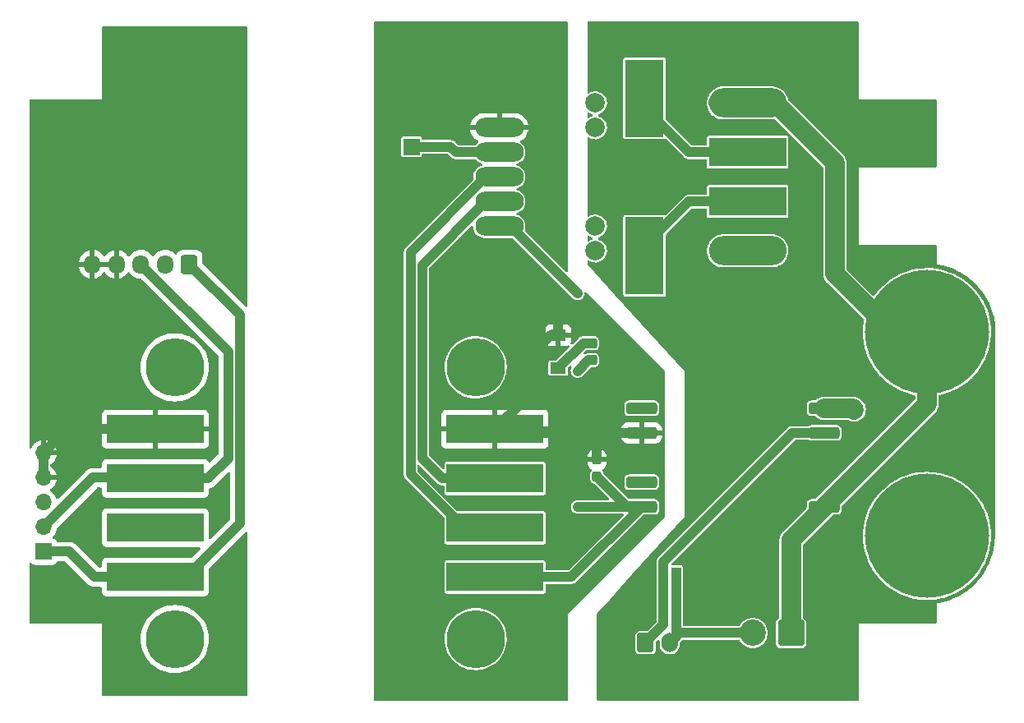
<source format=gbr>
%TF.GenerationSoftware,KiCad,Pcbnew,6.0.1-79c1e3a40b~116~ubuntu20.04.1*%
%TF.CreationDate,2022-11-30T14:03:43+09:00*%
%TF.ProjectId,Voltage-sensor-mother-board,566f6c74-6167-4652-9d73-656e736f722d,3.0*%
%TF.SameCoordinates,Original*%
%TF.FileFunction,Copper,L1,Top*%
%TF.FilePolarity,Positive*%
%FSLAX46Y46*%
G04 Gerber Fmt 4.6, Leading zero omitted, Abs format (unit mm)*
G04 Created by KiCad (PCBNEW 6.0.1-79c1e3a40b~116~ubuntu20.04.1) date 2022-11-30 14:03:43*
%MOMM*%
%LPD*%
G01*
G04 APERTURE LIST*
G04 Aperture macros list*
%AMRoundRect*
0 Rectangle with rounded corners*
0 $1 Rounding radius*
0 $2 $3 $4 $5 $6 $7 $8 $9 X,Y pos of 4 corners*
0 Add a 4 corners polygon primitive as box body*
4,1,4,$2,$3,$4,$5,$6,$7,$8,$9,$2,$3,0*
0 Add four circle primitives for the rounded corners*
1,1,$1+$1,$2,$3*
1,1,$1+$1,$4,$5*
1,1,$1+$1,$6,$7*
1,1,$1+$1,$8,$9*
0 Add four rect primitives between the rounded corners*
20,1,$1+$1,$2,$3,$4,$5,0*
20,1,$1+$1,$4,$5,$6,$7,0*
20,1,$1+$1,$6,$7,$8,$9,0*
20,1,$1+$1,$8,$9,$2,$3,0*%
G04 Aperture macros list end*
%TA.AperFunction,ComponentPad*%
%ADD10R,1.700000X1.700000*%
%TD*%
%TA.AperFunction,ComponentPad*%
%ADD11O,1.700000X1.700000*%
%TD*%
%TA.AperFunction,ComponentPad*%
%ADD12C,2.000000*%
%TD*%
%TA.AperFunction,ComponentPad*%
%ADD13O,5.000000X2.000000*%
%TD*%
%TA.AperFunction,ComponentPad*%
%ADD14O,8.000000X3.000000*%
%TD*%
%TA.AperFunction,ComponentPad*%
%ADD15R,4.000000X8.000000*%
%TD*%
%TA.AperFunction,ComponentPad*%
%ADD16R,8.000000X3.000000*%
%TD*%
%TA.AperFunction,ComponentPad*%
%ADD17RoundRect,0.250001X1.099999X1.099999X-1.099999X1.099999X-1.099999X-1.099999X1.099999X-1.099999X0*%
%TD*%
%TA.AperFunction,ComponentPad*%
%ADD18C,2.700000*%
%TD*%
%TA.AperFunction,ComponentPad*%
%ADD19C,6.000000*%
%TD*%
%TA.AperFunction,ComponentPad*%
%ADD20R,10.000000X3.000000*%
%TD*%
%TA.AperFunction,SMDPad,CuDef*%
%ADD21RoundRect,0.300000X1.300000X0.300000X-1.300000X0.300000X-1.300000X-0.300000X1.300000X-0.300000X0*%
%TD*%
%TA.AperFunction,SMDPad,CuDef*%
%ADD22RoundRect,0.237500X-0.237500X0.287500X-0.237500X-0.287500X0.237500X-0.287500X0.237500X0.287500X0*%
%TD*%
%TA.AperFunction,ConnectorPad*%
%ADD23C,12.800000*%
%TD*%
%TA.AperFunction,ComponentPad*%
%ADD24C,6.800000*%
%TD*%
%TA.AperFunction,ComponentPad*%
%ADD25RoundRect,0.250000X-0.600000X-0.750000X0.600000X-0.750000X0.600000X0.750000X-0.600000X0.750000X0*%
%TD*%
%TA.AperFunction,ComponentPad*%
%ADD26O,1.700000X2.000000*%
%TD*%
%TA.AperFunction,SMDPad,CuDef*%
%ADD27R,1.600000X1.200000*%
%TD*%
%TA.AperFunction,SMDPad,CuDef*%
%ADD28R,1.000000X1.500000*%
%TD*%
%TA.AperFunction,SMDPad,CuDef*%
%ADD29RoundRect,0.237500X0.237500X-0.300000X0.237500X0.300000X-0.237500X0.300000X-0.237500X-0.300000X0*%
%TD*%
%TA.AperFunction,ComponentPad*%
%ADD30RoundRect,0.250000X0.600000X0.725000X-0.600000X0.725000X-0.600000X-0.725000X0.600000X-0.725000X0*%
%TD*%
%TA.AperFunction,ComponentPad*%
%ADD31O,1.700000X1.950000*%
%TD*%
%TA.AperFunction,ViaPad*%
%ADD32C,0.800000*%
%TD*%
%TA.AperFunction,Conductor*%
%ADD33C,2.000000*%
%TD*%
%TA.AperFunction,Conductor*%
%ADD34C,1.000000*%
%TD*%
G04 APERTURE END LIST*
D10*
%TO.P,J6,1,Pin_1*%
%TO.N,Net-(J6-Pad1)*%
X52000000Y-104620000D03*
D11*
%TO.P,J6,2,Pin_2*%
%TO.N,Net-(J6-Pad2)*%
X52000000Y-102080000D03*
%TO.P,J6,3,Pin_3*%
%TO.N,Net-(J6-Pad3)*%
X52000000Y-99540000D03*
%TO.P,J6,4,Pin_4*%
%TO.N,LVGND*%
X52000000Y-97000000D03*
%TO.P,J6,5,Pin_5*%
X52000000Y-94460000D03*
%TD*%
D12*
%TO.P,M1,*%
%TO.N,*%
X108825000Y-60920000D03*
X108825000Y-73620000D03*
X108825000Y-71080000D03*
X108825000Y-58380000D03*
D13*
%TO.P,M1,1,VSS*%
%TO.N,Net-(C1-Pad1)*%
X98935000Y-71080000D03*
%TO.P,M1,2,SCL*%
%TO.N,Net-(M1-Pad2)*%
X98935000Y-68540000D03*
%TO.P,M1,3,SDA*%
%TO.N,Net-(M1-Pad3)*%
X98935000Y-66000000D03*
%TO.P,M1,4,AL*%
%TO.N,Net-(J5-Pad1)*%
X98935000Y-63460000D03*
%TO.P,M1,5,GND*%
%TO.N,HVGND*%
X98935000Y-60920000D03*
D14*
%TO.P,M1,6,V-(GND)*%
%TO.N,VBAT-*%
X124525000Y-73620000D03*
D15*
%TO.P,M1,7,ISENSE-*%
%TO.N,unconnected-(M1-Pad7)*%
X113905000Y-74112000D03*
D16*
X124525000Y-68540000D03*
%TO.P,M1,8,ISENSE+*%
%TO.N,unconnected-(M1-Pad8)*%
X124525000Y-63460000D03*
D15*
X113905000Y-57888000D03*
D14*
%TO.P,M1,9,V+*%
%TO.N,VBAT+*%
X124525000Y-58380000D03*
%TD*%
D10*
%TO.P,J5,1,Pin_1*%
%TO.N,Net-(J5-Pad1)*%
X89905000Y-62888000D03*
%TD*%
D17*
%TO.P,J3,1,Pin_1*%
%TO.N,VBAT+*%
X129000000Y-113000000D03*
D18*
%TO.P,J3,2,Pin_2*%
%TO.N,VBAT-*%
X125040000Y-113000000D03*
%TD*%
D19*
%TO.P,U2,*%
%TO.N,*%
X96500000Y-85620000D03*
X65500000Y-113620000D03*
X96500000Y-113620000D03*
X65500000Y-85620000D03*
D20*
%TO.P,U2,1,VCC1*%
%TO.N,Net-(J6-Pad1)*%
X63500000Y-107240000D03*
%TO.P,U2,2,SDA1*%
%TO.N,Net-(J6-Pad3)*%
X63500000Y-102160000D03*
%TO.P,U2,3,SCL1*%
%TO.N,Net-(J6-Pad2)*%
X63500000Y-97080000D03*
%TO.P,U2,4,GND1*%
%TO.N,LVGND*%
X63500000Y-92000000D03*
%TO.P,U2,5,VCC2*%
%TO.N,Net-(C1-Pad1)*%
X98500000Y-107240000D03*
%TO.P,U2,6,SDA2*%
%TO.N,Net-(M1-Pad3)*%
X98500000Y-102160000D03*
%TO.P,U2,7,SCL2*%
%TO.N,Net-(M1-Pad2)*%
X98500000Y-97080000D03*
%TO.P,U2,8,GND2*%
%TO.N,HVGND*%
X98500000Y-92000000D03*
%TD*%
D21*
%TO.P,U1,1,+Vin*%
%TO.N,VBAT+*%
X132400000Y-100000000D03*
%TO.P,U1,2,RC*%
%TO.N,Net-(J4-Pad1)*%
X132400000Y-92380000D03*
%TO.P,U1,3,-Vin*%
%TO.N,VBAT-*%
X132400000Y-89840000D03*
%TO.P,U1,4,NC*%
%TO.N,unconnected-(U1-Pad4)*%
X113600000Y-89840000D03*
%TO.P,U1,5,-Vout*%
%TO.N,HVGND*%
X113600000Y-92380000D03*
%TO.P,U1,6,TRM*%
%TO.N,unconnected-(U1-Pad6)*%
X113600000Y-97460000D03*
%TO.P,U1,7,+Vout*%
%TO.N,Net-(C1-Pad1)*%
X113600000Y-100000000D03*
%TD*%
D22*
%TO.P,D1,1,K*%
%TO.N,Net-(D1-Pad1)*%
X108500000Y-83125000D03*
%TO.P,D1,2,A*%
%TO.N,Net-(C1-Pad1)*%
X108500000Y-84875000D03*
%TD*%
D23*
%TO.P,J2,1,Pin_1*%
%TO.N,VBAT-*%
X143000000Y-103000000D03*
D24*
X143000000Y-103000000D03*
%TD*%
D25*
%TO.P,J4,1,Pin_1*%
%TO.N,Net-(J4-Pad1)*%
X114000000Y-114000000D03*
D26*
%TO.P,J4,2,Pin_2*%
%TO.N,VBAT-*%
X116500000Y-114000000D03*
%TD*%
D23*
%TO.P,J1,1,Pin_1*%
%TO.N,VBAT+*%
X143000000Y-82000000D03*
D24*
X143000000Y-82000000D03*
%TD*%
D27*
%TO.P,D2,1,K*%
%TO.N,HVGND*%
X105000000Y-82300000D03*
%TO.P,D2,2,A*%
%TO.N,Net-(D1-Pad1)*%
X105000000Y-85700000D03*
%TD*%
D28*
%TO.P,JP1,1,A*%
%TO.N,Net-(J4-Pad1)*%
X115850000Y-107000000D03*
%TO.P,JP1,2,B*%
%TO.N,VBAT-*%
X117150000Y-107000000D03*
%TD*%
D29*
%TO.P,C1,1*%
%TO.N,Net-(C1-Pad1)*%
X109000000Y-96862500D03*
%TO.P,C1,2*%
%TO.N,HVGND*%
X109000000Y-95137500D03*
%TD*%
D30*
%TO.P,J7,1,Pin_1*%
%TO.N,Net-(J6-Pad1)*%
X67000000Y-75000000D03*
D31*
%TO.P,J7,2,Pin_2*%
%TO.N,Net-(J6-Pad3)*%
X64500000Y-75000000D03*
%TO.P,J7,3,Pin_3*%
%TO.N,Net-(J6-Pad2)*%
X62000000Y-75000000D03*
%TO.P,J7,4,Pin_4*%
%TO.N,LVGND*%
X59500000Y-75000000D03*
%TO.P,J7,5,Pin_5*%
X57000000Y-75000000D03*
%TD*%
D32*
%TO.N,VBAT-*%
X135500000Y-90000000D03*
%TO.N,Net-(C1-Pad1)*%
X107000000Y-86000000D03*
X107000000Y-78000000D03*
X107000000Y-100000000D03*
%TO.N,LVGND*%
X60000000Y-118000000D03*
X57000000Y-100000000D03*
%TO.N,HVGND*%
X105000000Y-79000000D03*
%TD*%
D33*
%TO.N,VBAT+*%
X129000000Y-113000000D02*
X129000000Y-103400000D01*
X129000000Y-103400000D02*
X132400000Y-100000000D01*
X139500000Y-82000000D02*
X143000000Y-82000000D01*
X143000000Y-89400000D02*
X132400000Y-100000000D01*
X121525000Y-58380000D02*
X127344022Y-58380000D01*
X133500000Y-64535978D02*
X133500000Y-76000000D01*
X133500000Y-76000000D02*
X139500000Y-82000000D01*
X127344022Y-58380000D02*
X133500000Y-64535978D01*
X143000000Y-82000000D02*
X143000000Y-89400000D01*
D34*
%TO.N,VBAT-*%
X117150000Y-107000000D02*
X117150000Y-113350000D01*
D33*
X132400000Y-89840000D02*
X135340000Y-89840000D01*
X135340000Y-89840000D02*
X135500000Y-90000000D01*
D34*
X125040000Y-113000000D02*
X117500000Y-113000000D01*
X117150000Y-113350000D02*
X116500000Y-114000000D01*
X117500000Y-113000000D02*
X116500000Y-114000000D01*
%TO.N,Net-(J4-Pad1)*%
X129120978Y-92380000D02*
X115850000Y-105650978D01*
X132400000Y-92380000D02*
X129120978Y-92380000D01*
X115850000Y-105650978D02*
X115850000Y-107000000D01*
X115850000Y-107000000D02*
X115850000Y-112150000D01*
X115850000Y-112150000D02*
X114000000Y-114000000D01*
%TO.N,Net-(J5-Pad1)*%
X93888000Y-62888000D02*
X89905000Y-62888000D01*
X94460000Y-63460000D02*
X93888000Y-62888000D01*
X99935000Y-63460000D02*
X94460000Y-63460000D01*
%TO.N,Net-(J6-Pad1)*%
X72199520Y-101740480D02*
X66700000Y-107240000D01*
X72199520Y-80199520D02*
X72199520Y-101740480D01*
X67000000Y-75000000D02*
X72199520Y-80199520D01*
X52000000Y-104620000D02*
X54620000Y-104620000D01*
X54620000Y-104620000D02*
X57240000Y-107240000D01*
X57240000Y-107240000D02*
X66700000Y-107240000D01*
%TO.N,Net-(J6-Pad2)*%
X52000000Y-102080000D02*
X57080000Y-97000000D01*
X62000000Y-75000000D02*
X71000000Y-84000000D01*
X71000000Y-95000000D02*
X68920000Y-97080000D01*
X66620000Y-97000000D02*
X66700000Y-97080000D01*
X57080000Y-97000000D02*
X66620000Y-97000000D01*
X71000000Y-84000000D02*
X71000000Y-95000000D01*
X68920000Y-97080000D02*
X66700000Y-97080000D01*
%TO.N,Net-(C1-Pad1)*%
X112137500Y-100000000D02*
X113600000Y-100000000D01*
X108500000Y-84875000D02*
X108125000Y-84875000D01*
X106360000Y-107240000D02*
X95500000Y-107240000D01*
X107000000Y-100000000D02*
X113600000Y-100000000D01*
X100080000Y-71080000D02*
X107000000Y-78000000D01*
X109000000Y-96862500D02*
X112137500Y-100000000D01*
X108125000Y-84875000D02*
X107000000Y-86000000D01*
X113600000Y-100000000D02*
X106360000Y-107240000D01*
X99935000Y-71080000D02*
X100080000Y-71080000D01*
%TO.N,Net-(M1-Pad2)*%
X99935000Y-68540000D02*
X97571516Y-68540000D01*
X91000000Y-75111516D02*
X91000000Y-95000000D01*
X97571516Y-68540000D02*
X91000000Y-75111516D01*
X91000000Y-95000000D02*
X93080000Y-97080000D01*
X93080000Y-97080000D02*
X95300000Y-97080000D01*
%TO.N,Net-(M1-Pad3)*%
X89800480Y-96660480D02*
X95300000Y-102160000D01*
X89800480Y-73771036D02*
X89800480Y-96660480D01*
X99935000Y-66000000D02*
X97571516Y-66000000D01*
X97571516Y-66000000D02*
X89800480Y-73771036D01*
%TO.N,unconnected-(M1-Pad7)*%
X121525000Y-68540000D02*
X118477000Y-68540000D01*
X118477000Y-68540000D02*
X113905000Y-73112000D01*
%TO.N,unconnected-(M1-Pad8)*%
X118477000Y-63460000D02*
X113905000Y-58888000D01*
X121525000Y-63460000D02*
X118477000Y-63460000D01*
%TO.N,LVGND*%
X54460000Y-92000000D02*
X66700000Y-92000000D01*
X52000000Y-97000000D02*
X52000000Y-94460000D01*
X52000000Y-94460000D02*
X54460000Y-92000000D01*
%TO.N,HVGND*%
X98500000Y-92000000D02*
X101500000Y-89000000D01*
X105000000Y-82300000D02*
X105000000Y-79000000D01*
X113600000Y-92380000D02*
X109120000Y-92380000D01*
X109000000Y-95137500D02*
X109000000Y-92500000D01*
X95700000Y-91430000D02*
X95130000Y-92000000D01*
X95880000Y-92380000D02*
X95500000Y-92000000D01*
X95500000Y-92000000D02*
X98500000Y-92000000D01*
X109120000Y-92380000D02*
X95880000Y-92380000D01*
X101500000Y-89000000D02*
X101500000Y-85000000D01*
X101500000Y-85000000D02*
X104200000Y-82300000D01*
X109000000Y-92500000D02*
X109120000Y-92380000D01*
X104200000Y-82300000D02*
X105000000Y-82300000D01*
%TO.N,Net-(D1-Pad1)*%
X108500000Y-83125000D02*
X107575000Y-83125000D01*
X107575000Y-83125000D02*
X105000000Y-85700000D01*
%TD*%
%TA.AperFunction,NonConductor*%
G36*
X108196002Y-59403649D02*
G01*
X108249717Y-59439540D01*
X108255020Y-59441818D01*
X108255023Y-59441820D01*
X108352674Y-59483774D01*
X108452436Y-59526635D01*
X108458071Y-59527910D01*
X108458074Y-59527911D01*
X108459484Y-59528230D01*
X108460083Y-59528564D01*
X108463562Y-59529694D01*
X108463340Y-59530377D01*
X108521511Y-59562772D01*
X108555016Y-59625366D01*
X108549362Y-59696137D01*
X108506344Y-59752616D01*
X108475287Y-59769335D01*
X108311376Y-59829804D01*
X108311368Y-59829808D01*
X108305957Y-59831804D01*
X108198323Y-59895840D01*
X108190423Y-59900540D01*
X108121653Y-59918180D01*
X108054263Y-59895840D01*
X108009649Y-59840612D01*
X108000000Y-59792255D01*
X108000000Y-59508414D01*
X108020002Y-59440293D01*
X108073658Y-59393800D01*
X108143932Y-59383696D01*
X108196002Y-59403649D01*
G37*
%TD.AperFunction*%
%TA.AperFunction,NonConductor*%
G36*
X108196002Y-72103649D02*
G01*
X108249717Y-72139540D01*
X108255020Y-72141818D01*
X108255023Y-72141820D01*
X108442930Y-72222551D01*
X108452436Y-72226635D01*
X108458071Y-72227910D01*
X108458074Y-72227911D01*
X108459484Y-72228230D01*
X108460083Y-72228564D01*
X108463562Y-72229694D01*
X108463340Y-72230377D01*
X108521511Y-72262772D01*
X108555016Y-72325366D01*
X108549362Y-72396137D01*
X108506344Y-72452616D01*
X108475287Y-72469335D01*
X108311376Y-72529804D01*
X108311368Y-72529808D01*
X108305957Y-72531804D01*
X108198323Y-72595840D01*
X108190423Y-72600540D01*
X108121653Y-72618180D01*
X108054263Y-72595840D01*
X108009649Y-72540612D01*
X108000000Y-72492255D01*
X108000000Y-72208414D01*
X108020002Y-72140293D01*
X108073658Y-72093800D01*
X108143932Y-72083696D01*
X108196002Y-72103649D01*
G37*
%TD.AperFunction*%
%TA.AperFunction,NonConductor*%
G36*
X135942121Y-50020502D02*
G01*
X135988614Y-50074158D01*
X136000000Y-50126500D01*
X136000000Y-58000000D01*
X143873500Y-58000000D01*
X143941621Y-58020002D01*
X143988114Y-58073658D01*
X143999500Y-58126000D01*
X143999500Y-64874000D01*
X143979498Y-64942121D01*
X143925842Y-64988614D01*
X143873500Y-65000000D01*
X136000000Y-65000000D01*
X136000000Y-73000000D01*
X143873500Y-73000000D01*
X143941621Y-73020002D01*
X143988114Y-73073658D01*
X143999500Y-73126000D01*
X143999500Y-74999864D01*
X143999464Y-74999925D01*
X143999500Y-75000066D01*
X143999500Y-75000100D01*
X143999523Y-75000157D01*
X143999567Y-75000327D01*
X143999602Y-75000348D01*
X143999617Y-75000384D01*
X143999769Y-75000447D01*
X143999923Y-75000538D01*
X143999965Y-75000527D01*
X144000000Y-75000542D01*
X144000052Y-75000520D01*
X144124710Y-75022901D01*
X144234301Y-75042577D01*
X144234562Y-75042624D01*
X144500971Y-75091034D01*
X144509495Y-75092890D01*
X144756476Y-75155730D01*
X144757154Y-75155905D01*
X144854578Y-75181348D01*
X145005134Y-75220668D01*
X145013008Y-75223001D01*
X145086659Y-75247461D01*
X145257534Y-75304210D01*
X145258628Y-75304580D01*
X145498379Y-75387012D01*
X145505564Y-75389731D01*
X145744689Y-75488625D01*
X145746330Y-75489317D01*
X145933101Y-75569799D01*
X145978024Y-75589157D01*
X145984510Y-75592173D01*
X146216591Y-75708213D01*
X146218631Y-75709258D01*
X146327551Y-75766320D01*
X146441486Y-75826009D01*
X146447257Y-75829228D01*
X146670868Y-75961796D01*
X146673199Y-75963216D01*
X146773396Y-76025794D01*
X146886259Y-76096284D01*
X146891348Y-76099636D01*
X147105000Y-76247898D01*
X147107803Y-76249900D01*
X147309967Y-76398539D01*
X147314375Y-76401933D01*
X147394512Y-76466491D01*
X147517019Y-76565183D01*
X147520014Y-76567674D01*
X147598022Y-76634682D01*
X147710283Y-76731114D01*
X147714035Y-76734470D01*
X147904542Y-76911820D01*
X147907783Y-76914948D01*
X148085052Y-77092217D01*
X148088180Y-77095458D01*
X148265530Y-77285965D01*
X148268886Y-77289717D01*
X148432326Y-77479986D01*
X148434817Y-77482981D01*
X148509294Y-77575429D01*
X148598067Y-77685625D01*
X148601461Y-77690033D01*
X148750100Y-77892197D01*
X148752102Y-77895000D01*
X148900364Y-78108652D01*
X148903716Y-78113741D01*
X148943888Y-78178061D01*
X149036784Y-78326801D01*
X149038204Y-78329132D01*
X149170765Y-78552730D01*
X149173991Y-78558514D01*
X149233680Y-78672449D01*
X149242577Y-78689430D01*
X149290721Y-78781328D01*
X149291787Y-78783409D01*
X149407827Y-79015490D01*
X149410843Y-79021976D01*
X149510669Y-79253637D01*
X149511390Y-79255346D01*
X149610269Y-79494435D01*
X149612988Y-79501621D01*
X149695393Y-79741291D01*
X149695817Y-79742546D01*
X149776999Y-79986992D01*
X149779332Y-79994866D01*
X149844081Y-80242792D01*
X149844279Y-80243562D01*
X149907108Y-80490497D01*
X149908963Y-80499012D01*
X149940861Y-80674554D01*
X149957374Y-80765429D01*
X149957421Y-80765689D01*
X149997517Y-80989016D01*
X149999500Y-81011282D01*
X149999500Y-102997745D01*
X149999460Y-102999998D01*
X149999459Y-103000000D01*
X149999460Y-103000002D01*
X149999420Y-103002245D01*
X149990005Y-103265678D01*
X149989996Y-103265915D01*
X149981131Y-103501567D01*
X149980497Y-103510308D01*
X149952503Y-103770517D01*
X149952425Y-103771222D01*
X149925170Y-104011809D01*
X149923966Y-104020012D01*
X149877688Y-104276346D01*
X149877473Y-104277510D01*
X149831990Y-104516567D01*
X149830291Y-104524197D01*
X149765966Y-104776057D01*
X149765555Y-104777622D01*
X149754571Y-104818387D01*
X149702105Y-105013086D01*
X149699993Y-105020103D01*
X149629036Y-105233151D01*
X149617932Y-105266491D01*
X149617257Y-105268462D01*
X149540254Y-105487242D01*
X149536205Y-105498746D01*
X149533753Y-105505149D01*
X149434365Y-105744926D01*
X149433382Y-105747229D01*
X149369978Y-105891673D01*
X149335194Y-105970916D01*
X149332476Y-105976705D01*
X149216294Y-106208637D01*
X149214881Y-106211373D01*
X149100148Y-106427081D01*
X149097245Y-106432242D01*
X148964837Y-106655233D01*
X148963033Y-106658177D01*
X148832330Y-106864793D01*
X148829342Y-106869298D01*
X148685975Y-107075617D01*
X148681395Y-107082208D01*
X148679045Y-107085477D01*
X148607423Y-107181825D01*
X148533186Y-107281691D01*
X148530153Y-107285607D01*
X148367402Y-107487389D01*
X148364515Y-107490840D01*
X148204354Y-107675508D01*
X148201346Y-107678854D01*
X148044295Y-107847379D01*
X148024619Y-107868492D01*
X148021156Y-107872064D01*
X147847562Y-108044186D01*
X147844658Y-108046975D01*
X147654839Y-108223520D01*
X147650770Y-108227144D01*
X147464747Y-108385726D01*
X147462011Y-108387992D01*
X147260000Y-108550594D01*
X147255350Y-108554161D01*
X147057991Y-108698280D01*
X147055518Y-108700039D01*
X146842336Y-108847861D01*
X146836990Y-108851371D01*
X146629471Y-108980185D01*
X146627243Y-108981536D01*
X146495979Y-109059303D01*
X146403986Y-109113803D01*
X146398003Y-109117132D01*
X146181526Y-109229920D01*
X146179627Y-109230889D01*
X145947330Y-109346965D01*
X145940669Y-109350054D01*
X145716641Y-109446125D01*
X145715113Y-109446768D01*
X145474812Y-109546096D01*
X145467515Y-109548851D01*
X145237161Y-109627730D01*
X145236397Y-109627988D01*
X145086872Y-109677623D01*
X144988950Y-109710128D01*
X144981001Y-109712479D01*
X144746772Y-109773463D01*
X144746084Y-109773640D01*
X144652440Y-109797458D01*
X144492348Y-109838177D01*
X144483827Y-109840032D01*
X144251651Y-109882161D01*
X143990007Y-109929129D01*
X143989948Y-109929105D01*
X143989910Y-109929121D01*
X143989872Y-109929111D01*
X143989730Y-109929195D01*
X143989566Y-109929263D01*
X143989550Y-109929302D01*
X143989516Y-109929322D01*
X143989474Y-109929487D01*
X143989449Y-109929547D01*
X143989449Y-109929583D01*
X143989413Y-109929724D01*
X143989449Y-109929785D01*
X143989464Y-109944527D01*
X143991389Y-111873874D01*
X143971455Y-111942015D01*
X143917846Y-111988561D01*
X143865389Y-112000000D01*
X136000000Y-112000000D01*
X136000000Y-119873500D01*
X135979998Y-119941621D01*
X135926342Y-119988114D01*
X135874000Y-119999500D01*
X109126000Y-119999500D01*
X109057879Y-119979498D01*
X109011386Y-119925842D01*
X109000000Y-119873500D01*
X109000000Y-114803834D01*
X112949500Y-114803834D01*
X112952481Y-114835369D01*
X112997366Y-114963184D01*
X113002958Y-114970754D01*
X113002959Y-114970757D01*
X113051246Y-115036131D01*
X113077850Y-115072150D01*
X113085421Y-115077742D01*
X113179243Y-115147041D01*
X113179246Y-115147042D01*
X113186816Y-115152634D01*
X113314631Y-115197519D01*
X113322277Y-115198242D01*
X113322278Y-115198242D01*
X113328248Y-115198806D01*
X113346166Y-115200500D01*
X114653834Y-115200500D01*
X114671752Y-115198806D01*
X114677722Y-115198242D01*
X114677723Y-115198242D01*
X114685369Y-115197519D01*
X114813184Y-115152634D01*
X114820754Y-115147042D01*
X114820757Y-115147041D01*
X114914579Y-115077742D01*
X114922150Y-115072150D01*
X114948754Y-115036131D01*
X114997041Y-114970757D01*
X114997042Y-114970754D01*
X115002634Y-114963184D01*
X115047519Y-114835369D01*
X115050500Y-114803834D01*
X115050500Y-113992347D01*
X115070502Y-113924226D01*
X115087405Y-113903252D01*
X115234405Y-113756252D01*
X115296717Y-113722226D01*
X115367532Y-113727291D01*
X115424368Y-113769838D01*
X115449179Y-113836358D01*
X115449500Y-113845347D01*
X115449500Y-114201841D01*
X115464520Y-114355030D01*
X115524065Y-114552251D01*
X115620782Y-114734151D01*
X115675198Y-114800871D01*
X115747094Y-114889025D01*
X115747097Y-114889028D01*
X115750989Y-114893800D01*
X115755736Y-114897727D01*
X115755738Y-114897729D01*
X115904975Y-115021189D01*
X115904979Y-115021191D01*
X115909725Y-115025118D01*
X116090945Y-115123103D01*
X116287746Y-115184023D01*
X116293871Y-115184667D01*
X116293872Y-115184667D01*
X116486502Y-115204913D01*
X116486504Y-115204913D01*
X116492631Y-115205557D01*
X116580956Y-115197519D01*
X116691658Y-115187445D01*
X116691661Y-115187444D01*
X116697797Y-115186886D01*
X116895428Y-115128720D01*
X117077998Y-115033274D01*
X117082799Y-115029414D01*
X117082802Y-115029412D01*
X117233746Y-114908050D01*
X117233747Y-114908050D01*
X117238553Y-114904185D01*
X117370976Y-114746370D01*
X117373944Y-114740972D01*
X117373947Y-114740967D01*
X117467257Y-114571235D01*
X117470224Y-114565838D01*
X117526741Y-114387672D01*
X117530653Y-114375341D01*
X117532516Y-114369468D01*
X117533474Y-114360932D01*
X117550107Y-114212636D01*
X117550500Y-114209136D01*
X117550500Y-113992347D01*
X117570502Y-113924226D01*
X117587405Y-113903252D01*
X117625074Y-113865583D01*
X117631340Y-113859729D01*
X117668674Y-113827161D01*
X117668676Y-113827159D01*
X117674396Y-113822169D01*
X117682094Y-113811216D01*
X117696085Y-113794571D01*
X117753253Y-113737404D01*
X117815566Y-113703379D01*
X117842348Y-113700500D01*
X123580234Y-113700500D01*
X123648355Y-113720502D01*
X123687667Y-113760665D01*
X123725357Y-113822169D01*
X123781741Y-113914179D01*
X123940241Y-114099759D01*
X124125821Y-114258259D01*
X124333911Y-114385777D01*
X124338481Y-114387670D01*
X124338485Y-114387672D01*
X124554819Y-114477280D01*
X124554825Y-114477282D01*
X124559388Y-114479172D01*
X124564188Y-114480324D01*
X124564193Y-114480326D01*
X124670117Y-114505756D01*
X124796698Y-114536146D01*
X125040000Y-114555294D01*
X125283302Y-114536146D01*
X125409883Y-114505756D01*
X125515807Y-114480326D01*
X125515812Y-114480324D01*
X125520612Y-114479172D01*
X125525175Y-114477282D01*
X125525181Y-114477280D01*
X125741515Y-114387672D01*
X125741519Y-114387670D01*
X125746089Y-114385777D01*
X125954179Y-114258259D01*
X126139759Y-114099759D01*
X126298259Y-113914179D01*
X126425777Y-113706089D01*
X126457074Y-113630532D01*
X126517280Y-113485181D01*
X126517282Y-113485175D01*
X126519172Y-113480612D01*
X126576146Y-113243302D01*
X126595294Y-113000000D01*
X126576146Y-112756698D01*
X126519172Y-112519388D01*
X126517282Y-112514825D01*
X126517280Y-112514819D01*
X126427672Y-112298485D01*
X126427670Y-112298481D01*
X126425777Y-112293911D01*
X126298259Y-112085821D01*
X126139759Y-111900241D01*
X125954179Y-111741741D01*
X125746089Y-111614223D01*
X125741519Y-111612330D01*
X125741515Y-111612328D01*
X125525181Y-111522720D01*
X125525175Y-111522718D01*
X125520612Y-111520828D01*
X125515812Y-111519676D01*
X125515807Y-111519674D01*
X125407298Y-111493623D01*
X125283302Y-111463854D01*
X125040000Y-111444706D01*
X124796698Y-111463854D01*
X124672702Y-111493623D01*
X124564193Y-111519674D01*
X124564188Y-111519676D01*
X124559388Y-111520828D01*
X124554825Y-111522718D01*
X124554819Y-111522720D01*
X124338485Y-111612328D01*
X124338481Y-111612330D01*
X124333911Y-111614223D01*
X124125821Y-111741741D01*
X123940241Y-111900241D01*
X123781741Y-112085821D01*
X123779157Y-112090038D01*
X123687667Y-112239335D01*
X123635019Y-112286966D01*
X123580234Y-112299500D01*
X117976500Y-112299500D01*
X117908379Y-112279498D01*
X117861886Y-112225842D01*
X117850500Y-112173500D01*
X117850500Y-106230252D01*
X117838867Y-106171769D01*
X117794552Y-106105448D01*
X117728231Y-106061133D01*
X117716062Y-106058712D01*
X117716061Y-106058712D01*
X117675816Y-106050707D01*
X117669748Y-106049500D01*
X116746324Y-106049500D01*
X116678203Y-106029498D01*
X116631710Y-105975842D01*
X116621606Y-105905568D01*
X116651100Y-105840988D01*
X116657229Y-105834405D01*
X129374230Y-93117405D01*
X129436542Y-93083379D01*
X129463325Y-93080500D01*
X130757791Y-93080500D01*
X130825912Y-93100502D01*
X130833356Y-93105674D01*
X130849994Y-93118144D01*
X130849997Y-93118146D01*
X130857176Y-93123526D01*
X130946561Y-93157034D01*
X130984025Y-93171079D01*
X130984027Y-93171079D01*
X130991420Y-93173851D01*
X130999270Y-93174704D01*
X130999271Y-93174704D01*
X131049217Y-93180130D01*
X131052623Y-93180500D01*
X132399802Y-93180500D01*
X133747376Y-93180499D01*
X133750770Y-93180130D01*
X133750776Y-93180130D01*
X133800722Y-93174705D01*
X133800726Y-93174704D01*
X133808580Y-93173851D01*
X133942824Y-93123526D01*
X133950003Y-93118146D01*
X133950006Y-93118144D01*
X134050365Y-93042928D01*
X134057546Y-93037546D01*
X134084271Y-93001887D01*
X134138144Y-92930006D01*
X134138146Y-92930003D01*
X134143526Y-92922824D01*
X134193851Y-92788580D01*
X134200500Y-92727377D01*
X134200499Y-92032624D01*
X134193851Y-91971420D01*
X134143526Y-91837176D01*
X134138146Y-91829997D01*
X134138144Y-91829994D01*
X134062928Y-91729635D01*
X134057546Y-91722454D01*
X134029298Y-91701283D01*
X133950006Y-91641856D01*
X133950003Y-91641854D01*
X133942824Y-91636474D01*
X133853439Y-91602966D01*
X133815975Y-91588921D01*
X133815973Y-91588921D01*
X133808580Y-91586149D01*
X133800730Y-91585296D01*
X133800729Y-91585296D01*
X133750774Y-91579869D01*
X133750773Y-91579869D01*
X133747377Y-91579500D01*
X132400198Y-91579500D01*
X131052624Y-91579501D01*
X131049230Y-91579870D01*
X131049224Y-91579870D01*
X130999278Y-91585295D01*
X130999274Y-91585296D01*
X130991420Y-91586149D01*
X130857176Y-91636474D01*
X130849997Y-91641854D01*
X130849994Y-91641856D01*
X130833356Y-91654326D01*
X130766849Y-91679174D01*
X130757791Y-91679500D01*
X129149619Y-91679500D01*
X129141049Y-91679208D01*
X129091624Y-91675838D01*
X129091620Y-91675838D01*
X129084048Y-91675322D01*
X129076572Y-91676627D01*
X129076569Y-91676627D01*
X129021846Y-91686178D01*
X129015320Y-91687141D01*
X128974882Y-91692035D01*
X128952658Y-91694724D01*
X128945551Y-91697409D01*
X128942258Y-91698218D01*
X128927764Y-91702183D01*
X128924504Y-91703167D01*
X128917024Y-91704473D01*
X128859196Y-91729857D01*
X128853115Y-91732338D01*
X128801165Y-91751968D01*
X128801163Y-91751969D01*
X128794055Y-91754655D01*
X128787791Y-91758960D01*
X128784750Y-91760550D01*
X128771643Y-91767845D01*
X128768729Y-91769568D01*
X128761775Y-91772621D01*
X128722100Y-91803066D01*
X128711684Y-91811058D01*
X128706360Y-91814926D01*
X128654327Y-91850688D01*
X128649275Y-91856358D01*
X128649274Y-91856359D01*
X128613370Y-91896657D01*
X128608389Y-91901933D01*
X115374925Y-105135396D01*
X115368660Y-105141249D01*
X115325604Y-105178809D01*
X115289317Y-105230441D01*
X115285384Y-105235736D01*
X115251105Y-105279454D01*
X115251103Y-105279458D01*
X115246416Y-105285435D01*
X115243290Y-105292358D01*
X115241505Y-105295306D01*
X115234113Y-105308266D01*
X115232480Y-105311312D01*
X115228113Y-105317525D01*
X115225354Y-105324602D01*
X115205180Y-105376344D01*
X115202625Y-105382423D01*
X115176645Y-105439962D01*
X115175260Y-105447433D01*
X115174236Y-105450701D01*
X115170123Y-105465142D01*
X115169283Y-105468415D01*
X115166524Y-105475491D01*
X115165533Y-105483021D01*
X115158284Y-105538084D01*
X115157252Y-105544601D01*
X115145748Y-105606670D01*
X115146185Y-105614250D01*
X115146185Y-105614251D01*
X115149291Y-105668122D01*
X115149500Y-105675374D01*
X115149500Y-111807653D01*
X115129498Y-111875774D01*
X115112595Y-111896749D01*
X114246747Y-112762596D01*
X114184435Y-112796621D01*
X114157652Y-112799500D01*
X113346166Y-112799500D01*
X113328248Y-112801194D01*
X113322278Y-112801758D01*
X113322277Y-112801758D01*
X113314631Y-112802481D01*
X113186816Y-112847366D01*
X113179246Y-112852958D01*
X113179243Y-112852959D01*
X113162799Y-112865105D01*
X113077850Y-112927850D01*
X113072258Y-112935421D01*
X113002959Y-113029243D01*
X113002958Y-113029246D01*
X112997366Y-113036816D01*
X112952481Y-113164631D01*
X112949500Y-113196166D01*
X112949500Y-114803834D01*
X109000000Y-114803834D01*
X109000000Y-111048351D01*
X109020002Y-110980230D01*
X109032345Y-110964061D01*
X110309154Y-109545385D01*
X112634221Y-106961977D01*
X117987881Y-101013466D01*
X117987881Y-101013465D01*
X118000000Y-101000000D01*
X118000000Y-89492623D01*
X130599500Y-89492623D01*
X130599501Y-90187376D01*
X130599870Y-90190770D01*
X130599870Y-90190776D01*
X130600243Y-90194205D01*
X130606149Y-90248580D01*
X130656474Y-90382824D01*
X130661854Y-90390003D01*
X130661856Y-90390006D01*
X130737072Y-90490365D01*
X130742454Y-90497546D01*
X130749635Y-90502928D01*
X130849994Y-90578144D01*
X130849997Y-90578146D01*
X130857176Y-90583526D01*
X130894658Y-90597577D01*
X130984025Y-90631079D01*
X130984027Y-90631079D01*
X130991420Y-90633851D01*
X130999270Y-90634704D01*
X130999271Y-90634704D01*
X131049226Y-90640131D01*
X131052623Y-90640500D01*
X131448066Y-90640500D01*
X131516187Y-90660502D01*
X131542798Y-90683423D01*
X131566276Y-90710195D01*
X131566281Y-90710200D01*
X131570090Y-90714543D01*
X131743360Y-90851137D01*
X131938620Y-90953869D01*
X132149333Y-91019297D01*
X132155070Y-91019976D01*
X132324789Y-91040064D01*
X132324795Y-91040064D01*
X132328476Y-91040500D01*
X134867978Y-91040500D01*
X134929544Y-91056565D01*
X135009621Y-91101410D01*
X135015089Y-91103266D01*
X135213079Y-91170475D01*
X135213084Y-91170476D01*
X135218548Y-91172331D01*
X135224257Y-91173159D01*
X135224262Y-91173160D01*
X135327725Y-91188161D01*
X135436902Y-91203991D01*
X135583789Y-91198220D01*
X135651595Y-91195556D01*
X135651597Y-91195556D01*
X135657368Y-91195329D01*
X135663001Y-91194054D01*
X135663004Y-91194054D01*
X135767205Y-91170475D01*
X135872565Y-91146634D01*
X135877872Y-91144354D01*
X136069977Y-91061819D01*
X136069980Y-91061817D01*
X136075283Y-91059539D01*
X136258735Y-90936960D01*
X136416778Y-90783002D01*
X136544117Y-90602822D01*
X136592650Y-90497546D01*
X136634072Y-90407695D01*
X136634072Y-90407694D01*
X136636489Y-90402452D01*
X136668200Y-90277592D01*
X136689378Y-90194205D01*
X136689379Y-90194200D01*
X136690800Y-90188604D01*
X136705230Y-89968440D01*
X136679296Y-89749333D01*
X136613869Y-89538620D01*
X136527387Y-89374245D01*
X136513828Y-89348473D01*
X136513826Y-89348470D01*
X136511137Y-89343359D01*
X136399457Y-89201693D01*
X136220511Y-89022748D01*
X136214874Y-89016729D01*
X136169910Y-88965457D01*
X136110559Y-88918668D01*
X136096886Y-88907889D01*
X136094324Y-88905814D01*
X136027325Y-88850092D01*
X136027323Y-88850090D01*
X136022883Y-88846398D01*
X136017839Y-88843573D01*
X136017713Y-88843502D01*
X136001291Y-88832529D01*
X136001176Y-88832438D01*
X136001171Y-88832435D01*
X135996640Y-88828863D01*
X135914383Y-88785585D01*
X135911502Y-88784021D01*
X135830379Y-88738590D01*
X135824780Y-88736690D01*
X135806613Y-88728884D01*
X135806494Y-88728822D01*
X135801380Y-88726131D01*
X135712606Y-88698566D01*
X135709480Y-88697550D01*
X135626921Y-88669525D01*
X135626916Y-88669524D01*
X135621452Y-88667669D01*
X135615584Y-88666818D01*
X135596330Y-88662461D01*
X135596183Y-88662415D01*
X135596177Y-88662414D01*
X135590667Y-88660703D01*
X135584939Y-88660025D01*
X135584934Y-88660024D01*
X135511194Y-88651297D01*
X135498344Y-88649776D01*
X135495085Y-88649347D01*
X135478827Y-88646990D01*
X135408811Y-88636837D01*
X135408807Y-88636837D01*
X135403098Y-88636009D01*
X135316714Y-88639403D01*
X135311767Y-88639500D01*
X132344030Y-88639500D01*
X132180289Y-88654546D01*
X132174727Y-88656115D01*
X132174725Y-88656115D01*
X132074112Y-88684491D01*
X131967936Y-88714435D01*
X131770053Y-88812020D01*
X131765427Y-88815474D01*
X131765426Y-88815475D01*
X131742710Y-88832438D01*
X131593267Y-88944033D01*
X131589343Y-88948278D01*
X131542428Y-88999030D01*
X131481500Y-89035475D01*
X131449904Y-89039501D01*
X131052624Y-89039501D01*
X131049230Y-89039870D01*
X131049224Y-89039870D01*
X130999278Y-89045295D01*
X130999274Y-89045296D01*
X130991420Y-89046149D01*
X130857176Y-89096474D01*
X130849997Y-89101854D01*
X130849994Y-89101856D01*
X130749635Y-89177072D01*
X130742454Y-89182454D01*
X130737072Y-89189635D01*
X130661856Y-89289994D01*
X130661854Y-89289997D01*
X130656474Y-89297176D01*
X130606149Y-89431420D01*
X130605296Y-89439270D01*
X130605296Y-89439271D01*
X130602087Y-89468812D01*
X130599500Y-89492623D01*
X118000000Y-89492623D01*
X118000000Y-86000000D01*
X110847044Y-78131748D01*
X111704500Y-78131748D01*
X111716133Y-78190231D01*
X111760448Y-78256552D01*
X111826769Y-78300867D01*
X111838938Y-78303288D01*
X111838939Y-78303288D01*
X111879184Y-78311293D01*
X111885252Y-78312500D01*
X115924748Y-78312500D01*
X115930816Y-78311293D01*
X115971061Y-78303288D01*
X115971062Y-78303288D01*
X115983231Y-78300867D01*
X116049552Y-78256552D01*
X116093867Y-78190231D01*
X116105500Y-78131748D01*
X116105500Y-73530741D01*
X120321833Y-73530741D01*
X120327929Y-73789390D01*
X120373078Y-74044142D01*
X120456241Y-74289133D01*
X120575505Y-74518725D01*
X120728125Y-74727636D01*
X120731499Y-74731028D01*
X120731501Y-74731030D01*
X120790636Y-74790475D01*
X120910589Y-74911058D01*
X120914435Y-74913899D01*
X120914440Y-74913903D01*
X121088651Y-75042577D01*
X121118698Y-75064770D01*
X121122928Y-75066996D01*
X121122932Y-75066998D01*
X121340277Y-75181348D01*
X121347663Y-75185234D01*
X121592215Y-75269679D01*
X121846726Y-75316161D01*
X121929519Y-75320500D01*
X127090782Y-75320500D01*
X127093161Y-75320319D01*
X127093162Y-75320319D01*
X127278209Y-75306243D01*
X127278214Y-75306242D01*
X127282976Y-75305880D01*
X127287630Y-75304801D01*
X127287632Y-75304801D01*
X127530351Y-75248542D01*
X127530350Y-75248542D01*
X127535015Y-75247461D01*
X127775318Y-75151590D01*
X127998354Y-75020473D01*
X128002065Y-75017452D01*
X128002069Y-75017449D01*
X128195279Y-74860151D01*
X128198991Y-74857129D01*
X128372613Y-74665315D01*
X128515222Y-74449447D01*
X128536634Y-74403002D01*
X128621532Y-74218843D01*
X128621533Y-74218840D01*
X128623538Y-74214491D01*
X128695068Y-73965855D01*
X128728167Y-73709259D01*
X128722071Y-73450610D01*
X128707718Y-73369622D01*
X128677756Y-73200562D01*
X128677755Y-73200558D01*
X128676922Y-73195858D01*
X128672474Y-73182753D01*
X128609461Y-72997124D01*
X128593759Y-72950867D01*
X128474495Y-72721275D01*
X128321875Y-72512364D01*
X128139411Y-72328942D01*
X128135565Y-72326101D01*
X128135560Y-72326097D01*
X127935154Y-72178075D01*
X127935153Y-72178074D01*
X127931302Y-72175230D01*
X127927072Y-72173004D01*
X127927068Y-72173002D01*
X127706574Y-72056995D01*
X127706572Y-72056994D01*
X127702337Y-72054766D01*
X127457785Y-71970321D01*
X127250796Y-71932518D01*
X127207244Y-71924564D01*
X127207243Y-71924564D01*
X127203274Y-71923839D01*
X127120481Y-71919500D01*
X121959218Y-71919500D01*
X121956839Y-71919681D01*
X121956838Y-71919681D01*
X121771791Y-71933757D01*
X121771786Y-71933758D01*
X121767024Y-71934120D01*
X121762370Y-71935199D01*
X121762368Y-71935199D01*
X121679762Y-71954346D01*
X121514985Y-71992539D01*
X121274682Y-72088410D01*
X121051646Y-72219527D01*
X121047935Y-72222548D01*
X121047931Y-72222551D01*
X120913083Y-72332335D01*
X120851009Y-72382871D01*
X120677387Y-72574685D01*
X120534778Y-72790553D01*
X120532777Y-72794893D01*
X120532775Y-72794897D01*
X120428468Y-73021157D01*
X120426462Y-73025509D01*
X120354932Y-73274145D01*
X120321833Y-73530741D01*
X116105500Y-73530741D01*
X116105500Y-71954346D01*
X116125502Y-71886225D01*
X116142405Y-71865251D01*
X118730251Y-69277405D01*
X118792563Y-69243379D01*
X118819346Y-69240500D01*
X120198500Y-69240500D01*
X120266621Y-69260502D01*
X120313114Y-69314158D01*
X120324500Y-69366500D01*
X120324500Y-70059748D01*
X120336133Y-70118231D01*
X120380448Y-70184552D01*
X120446769Y-70228867D01*
X120458938Y-70231288D01*
X120458939Y-70231288D01*
X120499184Y-70239293D01*
X120505252Y-70240500D01*
X128544748Y-70240500D01*
X128550816Y-70239293D01*
X128591061Y-70231288D01*
X128591062Y-70231288D01*
X128603231Y-70228867D01*
X128669552Y-70184552D01*
X128713867Y-70118231D01*
X128725500Y-70059748D01*
X128725500Y-67020252D01*
X128713867Y-66961769D01*
X128669552Y-66895448D01*
X128603231Y-66851133D01*
X128591062Y-66848712D01*
X128591061Y-66848712D01*
X128550816Y-66840707D01*
X128544748Y-66839500D01*
X120505252Y-66839500D01*
X120499184Y-66840707D01*
X120458939Y-66848712D01*
X120458938Y-66848712D01*
X120446769Y-66851133D01*
X120380448Y-66895448D01*
X120336133Y-66961769D01*
X120324500Y-67020252D01*
X120324500Y-67713500D01*
X120304498Y-67781621D01*
X120250842Y-67828114D01*
X120198500Y-67839500D01*
X118505637Y-67839500D01*
X118497066Y-67839208D01*
X118440070Y-67835322D01*
X118432594Y-67836627D01*
X118432590Y-67836627D01*
X118377868Y-67846178D01*
X118371342Y-67847141D01*
X118330904Y-67852035D01*
X118308680Y-67854724D01*
X118301573Y-67857409D01*
X118298280Y-67858218D01*
X118283809Y-67862177D01*
X118280533Y-67863166D01*
X118273046Y-67864473D01*
X118266088Y-67867528D01*
X118266086Y-67867528D01*
X118215242Y-67889846D01*
X118209137Y-67892338D01*
X118198126Y-67896499D01*
X118150077Y-67914655D01*
X118143824Y-67918953D01*
X118140793Y-67920537D01*
X118127716Y-67927817D01*
X118124757Y-67929567D01*
X118117797Y-67932622D01*
X118111770Y-67937247D01*
X118111766Y-67937249D01*
X118067700Y-67971062D01*
X118062381Y-67974927D01*
X118010349Y-68010688D01*
X118005292Y-68016364D01*
X117969400Y-68056648D01*
X117964419Y-68061924D01*
X116125748Y-69900595D01*
X116063436Y-69934621D01*
X115990679Y-69928110D01*
X115983231Y-69923133D01*
X115971062Y-69920712D01*
X115971061Y-69920712D01*
X115930816Y-69912707D01*
X115924748Y-69911500D01*
X111885252Y-69911500D01*
X111879184Y-69912707D01*
X111838939Y-69920712D01*
X111838938Y-69920712D01*
X111826769Y-69923133D01*
X111760448Y-69967448D01*
X111716133Y-70033769D01*
X111704500Y-70092252D01*
X111704500Y-78131748D01*
X110847044Y-78131748D01*
X108032768Y-75036045D01*
X108001745Y-74972185D01*
X108000000Y-74951288D01*
X108000000Y-74748414D01*
X108020002Y-74680293D01*
X108073658Y-74633800D01*
X108143932Y-74623696D01*
X108196002Y-74643649D01*
X108249717Y-74679540D01*
X108255020Y-74681818D01*
X108255023Y-74681820D01*
X108352674Y-74723774D01*
X108452436Y-74766635D01*
X108532088Y-74784658D01*
X108661995Y-74814054D01*
X108662001Y-74814055D01*
X108667632Y-74815329D01*
X108673403Y-74815556D01*
X108673405Y-74815556D01*
X108741211Y-74818220D01*
X108888098Y-74823991D01*
X108997275Y-74808161D01*
X109100738Y-74793160D01*
X109100743Y-74793159D01*
X109106452Y-74792331D01*
X109111916Y-74790476D01*
X109111921Y-74790475D01*
X109309907Y-74723268D01*
X109309912Y-74723266D01*
X109315379Y-74721410D01*
X109507884Y-74613602D01*
X109621961Y-74518725D01*
X109673086Y-74476204D01*
X109677518Y-74472518D01*
X109818602Y-74302884D01*
X109926410Y-74110379D01*
X109928266Y-74104912D01*
X109928268Y-74104907D01*
X109995475Y-73906921D01*
X109995476Y-73906916D01*
X109997331Y-73901452D01*
X109998159Y-73895743D01*
X109998160Y-73895738D01*
X110028458Y-73686772D01*
X110028991Y-73683098D01*
X110030643Y-73620000D01*
X110010454Y-73400289D01*
X109950565Y-73187936D01*
X109852980Y-72990053D01*
X109820552Y-72946626D01*
X109724420Y-72817891D01*
X109724420Y-72817890D01*
X109720967Y-72813267D01*
X109558949Y-72663499D01*
X109372350Y-72545764D01*
X109169955Y-72465017D01*
X109114096Y-72421196D01*
X109090795Y-72354132D01*
X109107451Y-72285117D01*
X109158775Y-72236063D01*
X109176144Y-72228674D01*
X109309907Y-72183268D01*
X109309912Y-72183266D01*
X109315379Y-72181410D01*
X109326415Y-72175230D01*
X109454231Y-72103649D01*
X109507884Y-72073602D01*
X109532413Y-72053202D01*
X109673086Y-71936204D01*
X109677518Y-71932518D01*
X109818602Y-71762884D01*
X109926410Y-71570379D01*
X109928266Y-71564912D01*
X109928268Y-71564907D01*
X109995475Y-71366921D01*
X109995476Y-71366916D01*
X109997331Y-71361452D01*
X109998159Y-71355743D01*
X109998160Y-71355738D01*
X110028458Y-71146772D01*
X110028991Y-71143098D01*
X110030643Y-71080000D01*
X110010454Y-70860289D01*
X109950565Y-70647936D01*
X109852980Y-70450053D01*
X109720967Y-70273267D01*
X109558949Y-70123499D01*
X109372350Y-70005764D01*
X109167421Y-69924006D01*
X109161761Y-69922880D01*
X109161757Y-69922879D01*
X108956691Y-69882089D01*
X108956688Y-69882089D01*
X108951024Y-69880962D01*
X108945249Y-69880886D01*
X108945245Y-69880886D01*
X108834504Y-69879437D01*
X108730406Y-69878074D01*
X108724709Y-69879053D01*
X108724708Y-69879053D01*
X108518654Y-69914459D01*
X108518653Y-69914459D01*
X108512957Y-69915438D01*
X108305957Y-69991804D01*
X108198323Y-70055840D01*
X108190423Y-70060540D01*
X108121653Y-70078180D01*
X108054263Y-70055840D01*
X108009649Y-70000612D01*
X108000000Y-69952255D01*
X108000000Y-62048414D01*
X108020002Y-61980293D01*
X108073658Y-61933800D01*
X108143932Y-61923696D01*
X108196002Y-61943649D01*
X108249717Y-61979540D01*
X108255020Y-61981818D01*
X108255023Y-61981820D01*
X108389145Y-62039443D01*
X108452436Y-62066635D01*
X108532088Y-62084658D01*
X108661995Y-62114054D01*
X108662001Y-62114055D01*
X108667632Y-62115329D01*
X108673403Y-62115556D01*
X108673405Y-62115556D01*
X108741211Y-62118220D01*
X108888098Y-62123991D01*
X108997275Y-62108161D01*
X109100738Y-62093160D01*
X109100743Y-62093159D01*
X109106452Y-62092331D01*
X109111916Y-62090476D01*
X109111921Y-62090475D01*
X109309907Y-62023268D01*
X109309912Y-62023266D01*
X109315379Y-62021410D01*
X109507884Y-61913602D01*
X109514923Y-61907748D01*
X111704500Y-61907748D01*
X111716133Y-61966231D01*
X111760448Y-62032552D01*
X111826769Y-62076867D01*
X111838938Y-62079288D01*
X111838939Y-62079288D01*
X111879184Y-62087293D01*
X111885252Y-62088500D01*
X115924748Y-62088500D01*
X115983231Y-62076867D01*
X115990753Y-62071841D01*
X116059028Y-62064502D01*
X116125749Y-62099405D01*
X117961411Y-63935067D01*
X117967264Y-63941332D01*
X118004831Y-63984396D01*
X118011042Y-63988761D01*
X118011045Y-63988764D01*
X118056493Y-64020705D01*
X118061788Y-64024638D01*
X118111457Y-64063583D01*
X118118379Y-64066708D01*
X118121306Y-64068481D01*
X118134325Y-64075906D01*
X118137329Y-64077517D01*
X118143547Y-64081887D01*
X118186412Y-64098599D01*
X118202363Y-64104818D01*
X118208445Y-64107375D01*
X118259057Y-64130228D01*
X118259059Y-64130229D01*
X118265983Y-64133355D01*
X118273455Y-64134740D01*
X118276733Y-64135767D01*
X118291114Y-64139863D01*
X118294430Y-64140715D01*
X118301513Y-64143476D01*
X118364111Y-64151717D01*
X118370614Y-64152747D01*
X118432692Y-64164252D01*
X118440272Y-64163815D01*
X118440273Y-64163815D01*
X118494138Y-64160709D01*
X118501391Y-64160500D01*
X120198500Y-64160500D01*
X120266621Y-64180502D01*
X120313114Y-64234158D01*
X120324500Y-64286500D01*
X120324500Y-64979748D01*
X120325707Y-64985816D01*
X120329419Y-65004475D01*
X120336133Y-65038231D01*
X120380448Y-65104552D01*
X120446769Y-65148867D01*
X120458938Y-65151288D01*
X120458939Y-65151288D01*
X120499184Y-65159293D01*
X120505252Y-65160500D01*
X128544748Y-65160500D01*
X128550816Y-65159293D01*
X128591061Y-65151288D01*
X128591062Y-65151288D01*
X128603231Y-65148867D01*
X128669552Y-65104552D01*
X128713867Y-65038231D01*
X128720582Y-65004475D01*
X128724293Y-64985816D01*
X128725500Y-64979748D01*
X128725500Y-61940252D01*
X128713867Y-61881769D01*
X128669552Y-61815448D01*
X128603231Y-61771133D01*
X128591062Y-61768712D01*
X128591061Y-61768712D01*
X128550816Y-61760707D01*
X128544748Y-61759500D01*
X120505252Y-61759500D01*
X120499184Y-61760707D01*
X120458939Y-61768712D01*
X120458938Y-61768712D01*
X120446769Y-61771133D01*
X120380448Y-61815448D01*
X120336133Y-61881769D01*
X120324500Y-61940252D01*
X120324500Y-62633500D01*
X120304498Y-62701621D01*
X120250842Y-62748114D01*
X120198500Y-62759500D01*
X118819347Y-62759500D01*
X118751226Y-62739498D01*
X118730252Y-62722595D01*
X116142405Y-60134748D01*
X116108379Y-60072436D01*
X116105500Y-60045653D01*
X116105500Y-58290741D01*
X120321833Y-58290741D01*
X120323850Y-58376305D01*
X120324124Y-58387941D01*
X120324148Y-58392543D01*
X120323074Y-58474594D01*
X120324053Y-58480289D01*
X120324053Y-58480293D01*
X120325091Y-58486334D01*
X120326876Y-58504704D01*
X120327929Y-58549390D01*
X120373078Y-58804142D01*
X120456241Y-59049133D01*
X120575505Y-59278725D01*
X120728125Y-59487636D01*
X120731499Y-59491028D01*
X120731501Y-59491030D01*
X120768507Y-59528230D01*
X120910589Y-59671058D01*
X120914435Y-59673899D01*
X120914440Y-59673903D01*
X120974243Y-59718074D01*
X121118698Y-59824770D01*
X121122928Y-59826996D01*
X121122932Y-59826998D01*
X121343426Y-59943005D01*
X121347663Y-59945234D01*
X121592215Y-60029679D01*
X121846726Y-60076161D01*
X121929519Y-60080500D01*
X127090782Y-60080500D01*
X127093161Y-60080319D01*
X127093162Y-60080319D01*
X127113706Y-60078756D01*
X127270944Y-60066795D01*
X127340384Y-60081572D01*
X127369595Y-60103337D01*
X132262595Y-64996337D01*
X132296621Y-65058649D01*
X132299500Y-65085432D01*
X132299500Y-75955271D01*
X132299230Y-75963512D01*
X132294770Y-76031560D01*
X132302828Y-76099636D01*
X132305699Y-76123895D01*
X132306040Y-76127149D01*
X132314546Y-76219711D01*
X132316116Y-76225278D01*
X132316117Y-76225282D01*
X132316152Y-76225406D01*
X132320008Y-76244789D01*
X132320704Y-76250667D01*
X132336543Y-76301677D01*
X132348272Y-76339451D01*
X132349186Y-76342535D01*
X132374435Y-76432064D01*
X132376988Y-76437241D01*
X132376992Y-76437251D01*
X132377054Y-76437376D01*
X132384379Y-76455737D01*
X132386131Y-76461379D01*
X132429403Y-76543625D01*
X132430896Y-76546556D01*
X132472020Y-76629947D01*
X132475564Y-76634693D01*
X132486108Y-76651405D01*
X132488863Y-76656641D01*
X132492440Y-76661178D01*
X132546417Y-76729648D01*
X132548413Y-76732250D01*
X132604033Y-76806733D01*
X132622099Y-76823433D01*
X132667517Y-76865417D01*
X132671083Y-76868847D01*
X134585688Y-78783451D01*
X136476791Y-80674554D01*
X136510817Y-80736866D01*
X136511724Y-80785853D01*
X136459351Y-81078391D01*
X136459348Y-81078409D01*
X136458936Y-81080713D01*
X136458698Y-81083039D01*
X136458696Y-81083051D01*
X136415491Y-81504739D01*
X136408421Y-81573742D01*
X136395015Y-82069170D01*
X136395128Y-82071521D01*
X136395128Y-82071527D01*
X136418499Y-82558061D01*
X136418794Y-82564208D01*
X136419084Y-82566554D01*
X136419085Y-82566564D01*
X136464997Y-82937808D01*
X136479622Y-83056071D01*
X136577159Y-83541988D01*
X136577798Y-83544269D01*
X136663588Y-83850500D01*
X136710855Y-84019224D01*
X136711662Y-84021447D01*
X136847021Y-84394354D01*
X136879957Y-84485092D01*
X136880920Y-84487231D01*
X136880925Y-84487242D01*
X137000095Y-84751789D01*
X137083513Y-84936970D01*
X137320377Y-85372313D01*
X137589217Y-85788671D01*
X137888517Y-86183700D01*
X138096753Y-86419483D01*
X138192574Y-86527978D01*
X138216594Y-86555176D01*
X138571600Y-86901008D01*
X138951536Y-87219248D01*
X139354265Y-87508105D01*
X139777518Y-87765953D01*
X139779620Y-87767026D01*
X139779623Y-87767028D01*
X140042047Y-87901028D01*
X140218912Y-87991340D01*
X140221072Y-87992246D01*
X140221079Y-87992249D01*
X140673789Y-88182086D01*
X140675964Y-88182998D01*
X140678188Y-88183740D01*
X140678196Y-88183743D01*
X140959734Y-88277671D01*
X141146099Y-88339847D01*
X141626671Y-88461004D01*
X141628975Y-88461404D01*
X141628989Y-88461407D01*
X141675550Y-88469491D01*
X141695055Y-88472877D01*
X141758749Y-88504237D01*
X141795378Y-88565055D01*
X141799500Y-88597020D01*
X141799500Y-88850547D01*
X141779498Y-88918668D01*
X141762595Y-88939642D01*
X131601698Y-99100539D01*
X131601693Y-99100543D01*
X131539640Y-99162596D01*
X131477328Y-99196622D01*
X131450545Y-99199501D01*
X131052624Y-99199501D01*
X131049230Y-99199870D01*
X131049224Y-99199870D01*
X130999278Y-99205295D01*
X130999274Y-99205296D01*
X130991420Y-99206149D01*
X130857176Y-99256474D01*
X130849997Y-99261854D01*
X130849994Y-99261856D01*
X130767660Y-99323563D01*
X130742454Y-99342454D01*
X130737072Y-99349635D01*
X130661856Y-99449994D01*
X130661854Y-99449997D01*
X130656474Y-99457176D01*
X130606149Y-99591420D01*
X130599500Y-99652623D01*
X130599501Y-99860360D01*
X130599501Y-100050546D01*
X130579499Y-100118666D01*
X130562596Y-100139641D01*
X128182757Y-102519480D01*
X128176739Y-102525117D01*
X128125457Y-102570090D01*
X128121885Y-102574621D01*
X128067889Y-102643114D01*
X128065814Y-102645676D01*
X128006398Y-102717117D01*
X128003573Y-102722161D01*
X128003502Y-102722287D01*
X127992529Y-102738709D01*
X127992438Y-102738824D01*
X127992435Y-102738829D01*
X127988863Y-102743360D01*
X127986173Y-102748473D01*
X127945585Y-102825617D01*
X127944021Y-102828498D01*
X127898590Y-102909621D01*
X127896690Y-102915220D01*
X127888884Y-102933387D01*
X127886131Y-102938620D01*
X127884418Y-102944137D01*
X127858569Y-103027384D01*
X127857550Y-103030520D01*
X127827669Y-103118548D01*
X127826818Y-103124416D01*
X127822461Y-103143670D01*
X127822415Y-103143817D01*
X127822414Y-103143823D01*
X127820703Y-103149333D01*
X127820025Y-103155061D01*
X127820024Y-103155066D01*
X127809777Y-103241650D01*
X127809347Y-103244915D01*
X127796009Y-103336902D01*
X127796236Y-103342670D01*
X127799403Y-103423286D01*
X127799500Y-103428233D01*
X127799500Y-111368499D01*
X127779498Y-111436620D01*
X127725842Y-111483113D01*
X127715248Y-111487382D01*
X127695706Y-111494244D01*
X127695704Y-111494245D01*
X127686817Y-111497366D01*
X127577850Y-111577850D01*
X127497366Y-111686817D01*
X127494245Y-111695704D01*
X127494244Y-111695706D01*
X127478078Y-111741741D01*
X127452481Y-111814632D01*
X127449500Y-111846167D01*
X127449501Y-114153832D01*
X127452481Y-114185368D01*
X127455024Y-114192609D01*
X127455024Y-114192610D01*
X127478986Y-114260843D01*
X127497366Y-114313183D01*
X127577850Y-114422150D01*
X127686817Y-114502634D01*
X127695704Y-114505755D01*
X127695706Y-114505756D01*
X127778957Y-114534991D01*
X127814632Y-114547519D01*
X127822278Y-114548242D01*
X127822279Y-114548242D01*
X127828249Y-114548806D01*
X127846167Y-114550500D01*
X128999416Y-114550500D01*
X130153832Y-114550499D01*
X130156782Y-114550220D01*
X130156787Y-114550220D01*
X130167406Y-114549216D01*
X130185368Y-114547519D01*
X130192609Y-114544976D01*
X130192610Y-114544976D01*
X130304294Y-114505756D01*
X130304296Y-114505755D01*
X130313183Y-114502634D01*
X130422150Y-114422150D01*
X130502634Y-114313183D01*
X130521015Y-114260843D01*
X130544974Y-114192615D01*
X130547519Y-114185368D01*
X130550500Y-114153833D01*
X130550499Y-111846168D01*
X130547519Y-111814632D01*
X130521922Y-111741741D01*
X130505756Y-111695706D01*
X130505755Y-111695704D01*
X130502634Y-111686817D01*
X130422150Y-111577850D01*
X130313183Y-111497366D01*
X130304296Y-111494245D01*
X130304294Y-111494244D01*
X130284752Y-111487382D01*
X130227107Y-111445939D01*
X130201018Y-111379910D01*
X130200500Y-111368499D01*
X130200500Y-103949454D01*
X130220502Y-103881333D01*
X130237405Y-103860359D01*
X131028594Y-103069170D01*
X136395015Y-103069170D01*
X136395128Y-103071521D01*
X136395128Y-103071527D01*
X136415712Y-103500044D01*
X136418794Y-103564208D01*
X136419084Y-103566554D01*
X136419085Y-103566564D01*
X136475163Y-104020012D01*
X136479622Y-104056071D01*
X136577159Y-104541988D01*
X136577798Y-104544269D01*
X136698393Y-104974739D01*
X136710855Y-105019224D01*
X136711662Y-105021447D01*
X136867474Y-105450701D01*
X136879957Y-105485092D01*
X136880920Y-105487231D01*
X136880925Y-105487242D01*
X137000095Y-105751789D01*
X137083513Y-105936970D01*
X137320377Y-106372313D01*
X137359073Y-106432242D01*
X137587713Y-106786341D01*
X137589217Y-106788671D01*
X137888517Y-107183700D01*
X138216594Y-107555176D01*
X138571600Y-107901008D01*
X138573421Y-107902533D01*
X138573424Y-107902536D01*
X138636913Y-107955715D01*
X138951536Y-108219248D01*
X139354265Y-108508105D01*
X139777518Y-108765953D01*
X139779620Y-108767026D01*
X139779623Y-108767028D01*
X140042047Y-108901028D01*
X140218912Y-108991340D01*
X140221072Y-108992246D01*
X140221079Y-108992249D01*
X140586742Y-109145584D01*
X140675964Y-109182998D01*
X140678188Y-109183740D01*
X140678196Y-109183743D01*
X140959734Y-109277671D01*
X141146099Y-109339847D01*
X141626671Y-109461004D01*
X141628979Y-109461405D01*
X141628985Y-109461406D01*
X141896034Y-109507773D01*
X142114975Y-109545788D01*
X142117322Y-109546016D01*
X142117329Y-109546017D01*
X142605900Y-109593491D01*
X142605911Y-109593492D01*
X142608261Y-109593720D01*
X142610619Y-109593771D01*
X142610628Y-109593772D01*
X142901278Y-109600114D01*
X143103752Y-109604532D01*
X143335954Y-109592160D01*
X143596316Y-109578287D01*
X143596319Y-109578287D01*
X143598660Y-109578162D01*
X143862783Y-109544093D01*
X144087851Y-109515062D01*
X144087861Y-109515060D01*
X144090197Y-109514759D01*
X144575596Y-109414679D01*
X144577860Y-109414032D01*
X144577868Y-109414030D01*
X145049860Y-109279134D01*
X145049869Y-109279131D01*
X145052126Y-109278486D01*
X145054329Y-109277673D01*
X145054336Y-109277671D01*
X145514872Y-109107770D01*
X145514879Y-109107767D01*
X145517102Y-109106947D01*
X145967908Y-108901028D01*
X145969965Y-108899895D01*
X146399947Y-108663021D01*
X146399952Y-108663018D01*
X146402005Y-108661887D01*
X146403955Y-108660614D01*
X146403969Y-108660605D01*
X146814967Y-108392167D01*
X146816950Y-108390872D01*
X146818837Y-108389427D01*
X147208517Y-108090955D01*
X147208523Y-108090950D01*
X147210407Y-108089507D01*
X147580160Y-107759490D01*
X147581802Y-107757787D01*
X147922480Y-107404388D01*
X147922486Y-107404382D01*
X147924128Y-107402678D01*
X148233824Y-107028984D01*
X148238877Y-107022887D01*
X148238884Y-107022878D01*
X148240374Y-107021080D01*
X148403902Y-106790548D01*
X148525760Y-106618761D01*
X148525761Y-106618759D01*
X148527119Y-106616845D01*
X148782747Y-106192248D01*
X148786936Y-106183939D01*
X148925303Y-105909421D01*
X149005820Y-105749679D01*
X149195082Y-105291630D01*
X149349467Y-104820680D01*
X149468106Y-104339480D01*
X149550332Y-103850740D01*
X149557704Y-103770517D01*
X149589155Y-103428233D01*
X149595681Y-103357209D01*
X149605347Y-103000000D01*
X149605263Y-102997745D01*
X149586843Y-102507107D01*
X149586843Y-102507104D01*
X149586754Y-102504739D01*
X149531079Y-102012267D01*
X149438636Y-101525356D01*
X149309945Y-101046746D01*
X149145731Y-100579132D01*
X148946918Y-100125148D01*
X148714625Y-99687348D01*
X148450161Y-99268197D01*
X148448766Y-99266316D01*
X148448757Y-99266302D01*
X148156424Y-98871957D01*
X148155014Y-98870055D01*
X147876366Y-98547807D01*
X147832397Y-98496958D01*
X147832387Y-98496947D01*
X147830845Y-98495164D01*
X147479480Y-98145634D01*
X147102897Y-97823433D01*
X147081000Y-97807377D01*
X146705137Y-97531783D01*
X146705132Y-97531780D01*
X146703215Y-97530374D01*
X146445692Y-97369768D01*
X146284698Y-97269363D01*
X146284690Y-97269358D01*
X146282685Y-97268108D01*
X145843675Y-97038111D01*
X145563540Y-96917176D01*
X145390818Y-96842611D01*
X145390810Y-96842608D01*
X145388656Y-96841678D01*
X145066034Y-96730275D01*
X144922423Y-96680685D01*
X144922413Y-96680682D01*
X144920189Y-96679914D01*
X144917917Y-96679316D01*
X144917911Y-96679314D01*
X144443199Y-96554333D01*
X144443196Y-96554332D01*
X144440912Y-96553731D01*
X144406272Y-96547342D01*
X144204716Y-96510168D01*
X143953523Y-96463839D01*
X143951198Y-96463589D01*
X143951188Y-96463587D01*
X143463127Y-96410997D01*
X143463116Y-96410996D01*
X143460766Y-96410743D01*
X143458389Y-96410666D01*
X143458386Y-96410666D01*
X142967775Y-96394820D01*
X142967769Y-96394820D01*
X142965415Y-96394744D01*
X142470258Y-96415930D01*
X142241483Y-96443007D01*
X141980421Y-96473905D01*
X141980411Y-96473907D01*
X141978084Y-96474182D01*
X141975771Y-96474634D01*
X141975769Y-96474634D01*
X141493977Y-96568722D01*
X141493974Y-96568723D01*
X141491663Y-96569174D01*
X141013734Y-96700369D01*
X141011512Y-96701163D01*
X141011507Y-96701164D01*
X140549227Y-96866229D01*
X140546987Y-96867029D01*
X140474042Y-96899430D01*
X140096230Y-97067247D01*
X140096225Y-97067250D01*
X140094049Y-97068216D01*
X140091957Y-97069340D01*
X140091949Y-97069344D01*
X139659556Y-97301677D01*
X139659542Y-97301685D01*
X139657471Y-97302798D01*
X139239711Y-97569453D01*
X138843120Y-97866681D01*
X138469932Y-98192808D01*
X138468282Y-98194484D01*
X138468280Y-98194486D01*
X138123911Y-98544307D01*
X138123903Y-98544316D01*
X138122246Y-98545999D01*
X137802021Y-98924264D01*
X137511059Y-99325474D01*
X137509824Y-99327477D01*
X137509819Y-99327485D01*
X137252243Y-99745353D01*
X137252237Y-99745363D01*
X137250999Y-99747372D01*
X137249916Y-99749467D01*
X137249908Y-99749480D01*
X137192556Y-99860360D01*
X137023303Y-100187580D01*
X137022376Y-100189759D01*
X137022373Y-100189765D01*
X136856696Y-100579132D01*
X136829255Y-100643622D01*
X136828497Y-100645855D01*
X136742410Y-100899461D01*
X136669947Y-101112929D01*
X136546275Y-101592860D01*
X136458936Y-102080713D01*
X136458696Y-102083060D01*
X136415733Y-102502381D01*
X136408421Y-102573742D01*
X136408358Y-102576076D01*
X136408357Y-102576089D01*
X136403957Y-102738709D01*
X136395015Y-103069170D01*
X131028594Y-103069170D01*
X133198297Y-100899466D01*
X133198304Y-100899460D01*
X133260360Y-100837404D01*
X133322672Y-100803378D01*
X133349455Y-100800499D01*
X133747376Y-100800499D01*
X133750770Y-100800130D01*
X133750776Y-100800130D01*
X133800722Y-100794705D01*
X133800726Y-100794704D01*
X133808580Y-100793851D01*
X133942824Y-100743526D01*
X133950003Y-100738146D01*
X133950006Y-100738144D01*
X134050365Y-100662928D01*
X134057546Y-100657546D01*
X134084271Y-100621887D01*
X134138144Y-100550006D01*
X134138146Y-100550003D01*
X134143526Y-100542824D01*
X134193851Y-100408580D01*
X134200500Y-100347377D01*
X134200499Y-99949455D01*
X134220501Y-99881335D01*
X134237404Y-99860360D01*
X143817251Y-90280513D01*
X143823269Y-90274876D01*
X143870196Y-90233722D01*
X143874543Y-90229910D01*
X143932100Y-90156899D01*
X143934138Y-90154381D01*
X143993602Y-90082883D01*
X143996498Y-90077713D01*
X144007471Y-90061291D01*
X144007562Y-90061176D01*
X144007565Y-90061171D01*
X144011137Y-90056640D01*
X144054415Y-89974383D01*
X144055989Y-89971483D01*
X144098585Y-89895423D01*
X144101410Y-89890379D01*
X144103266Y-89884912D01*
X144103270Y-89884903D01*
X144103315Y-89884769D01*
X144111116Y-89866613D01*
X144111180Y-89866491D01*
X144113869Y-89861380D01*
X144141429Y-89772625D01*
X144142448Y-89769489D01*
X144170475Y-89686923D01*
X144170475Y-89686922D01*
X144172332Y-89681452D01*
X144173182Y-89675590D01*
X144177544Y-89656313D01*
X144179297Y-89650667D01*
X144190222Y-89558360D01*
X144190653Y-89555089D01*
X144194144Y-89531013D01*
X144203991Y-89463098D01*
X144200597Y-89376714D01*
X144200500Y-89371767D01*
X144200500Y-88594688D01*
X144220502Y-88526567D01*
X144274158Y-88480074D01*
X144301055Y-88471284D01*
X144575596Y-88414679D01*
X144577860Y-88414032D01*
X144577868Y-88414030D01*
X145049860Y-88279134D01*
X145049869Y-88279131D01*
X145052126Y-88278486D01*
X145054329Y-88277673D01*
X145054336Y-88277671D01*
X145514872Y-88107770D01*
X145514879Y-88107767D01*
X145517102Y-88106947D01*
X145967908Y-87901028D01*
X145969965Y-87899895D01*
X146399947Y-87663021D01*
X146399952Y-87663018D01*
X146402005Y-87661887D01*
X146403955Y-87660614D01*
X146403969Y-87660605D01*
X146814967Y-87392167D01*
X146816950Y-87390872D01*
X147039227Y-87220621D01*
X147208517Y-87090955D01*
X147208523Y-87090950D01*
X147210407Y-87089507D01*
X147580160Y-86759490D01*
X147661101Y-86675527D01*
X147922480Y-86404388D01*
X147922486Y-86404382D01*
X147924128Y-86402678D01*
X148148040Y-86132495D01*
X148238877Y-86022887D01*
X148238884Y-86022878D01*
X148240374Y-86021080D01*
X148527119Y-85616845D01*
X148782747Y-85192248D01*
X149005820Y-84749679D01*
X149195082Y-84291630D01*
X149349467Y-83820680D01*
X149468106Y-83339480D01*
X149550332Y-82850740D01*
X149556358Y-82785168D01*
X149595493Y-82359253D01*
X149595681Y-82357209D01*
X149605347Y-82000000D01*
X149589345Y-81573742D01*
X149586843Y-81507107D01*
X149586843Y-81507104D01*
X149586754Y-81504739D01*
X149531079Y-81012267D01*
X149438636Y-80525356D01*
X149309945Y-80046746D01*
X149145731Y-79579132D01*
X148946918Y-79125148D01*
X148800046Y-78848340D01*
X148715730Y-78689430D01*
X148715726Y-78689424D01*
X148714625Y-78687348D01*
X148705225Y-78672449D01*
X148477352Y-78311293D01*
X148450161Y-78268197D01*
X148448766Y-78266316D01*
X148448757Y-78266302D01*
X148156424Y-77871957D01*
X148155014Y-77870055D01*
X147876366Y-77547807D01*
X147832397Y-77496958D01*
X147832387Y-77496947D01*
X147830845Y-77495164D01*
X147479480Y-77145634D01*
X147102897Y-76823433D01*
X147080122Y-76806733D01*
X146705137Y-76531783D01*
X146705132Y-76531780D01*
X146703215Y-76530374D01*
X146600782Y-76466491D01*
X146284698Y-76269363D01*
X146284690Y-76269358D01*
X146282685Y-76268108D01*
X145843675Y-76038111D01*
X145449617Y-75867995D01*
X145390818Y-75842611D01*
X145390810Y-75842608D01*
X145388656Y-75841678D01*
X145154423Y-75760796D01*
X144922423Y-75680685D01*
X144922413Y-75680682D01*
X144920189Y-75679914D01*
X144917917Y-75679316D01*
X144917911Y-75679314D01*
X144443199Y-75554333D01*
X144443196Y-75554332D01*
X144440912Y-75553731D01*
X143953523Y-75463839D01*
X143951198Y-75463589D01*
X143951188Y-75463587D01*
X143463127Y-75410997D01*
X143463116Y-75410996D01*
X143460766Y-75410743D01*
X143458389Y-75410666D01*
X143458386Y-75410666D01*
X142967775Y-75394820D01*
X142967769Y-75394820D01*
X142965415Y-75394744D01*
X142470258Y-75415930D01*
X142241483Y-75443007D01*
X141980421Y-75473905D01*
X141980411Y-75473907D01*
X141978084Y-75474182D01*
X141975771Y-75474634D01*
X141975769Y-75474634D01*
X141493977Y-75568722D01*
X141493974Y-75568723D01*
X141491663Y-75569174D01*
X141013734Y-75700369D01*
X141011512Y-75701163D01*
X141011507Y-75701164D01*
X140549227Y-75866229D01*
X140546987Y-75867029D01*
X140329772Y-75963512D01*
X140096230Y-76067247D01*
X140096225Y-76067250D01*
X140094049Y-76068216D01*
X140091957Y-76069340D01*
X140091949Y-76069344D01*
X139659556Y-76301677D01*
X139659542Y-76301685D01*
X139657471Y-76302798D01*
X139655476Y-76304072D01*
X139655475Y-76304072D01*
X139507477Y-76398539D01*
X139239711Y-76569453D01*
X139237812Y-76570876D01*
X139237808Y-76570879D01*
X139130193Y-76651532D01*
X138843120Y-76866681D01*
X138469932Y-77192808D01*
X138468282Y-77194484D01*
X138468280Y-77194486D01*
X138123911Y-77544307D01*
X138123903Y-77544316D01*
X138122246Y-77545999D01*
X138120721Y-77547801D01*
X138120715Y-77547807D01*
X137849435Y-77868256D01*
X137802021Y-77924264D01*
X137740455Y-78009158D01*
X137602864Y-78198882D01*
X137546679Y-78242285D01*
X137475948Y-78248422D01*
X137411768Y-78214005D01*
X134737405Y-75539642D01*
X134703379Y-75477330D01*
X134700500Y-75450547D01*
X134700500Y-64580718D01*
X134700770Y-64572477D01*
X134704853Y-64510184D01*
X134705231Y-64504418D01*
X134694297Y-64412038D01*
X134693953Y-64408758D01*
X134685983Y-64322021D01*
X134685982Y-64322018D01*
X134685454Y-64316267D01*
X134683849Y-64310575D01*
X134679994Y-64291196D01*
X134679977Y-64291052D01*
X134679976Y-64291046D01*
X134679297Y-64285311D01*
X134651729Y-64196527D01*
X134650792Y-64193364D01*
X134627131Y-64109466D01*
X134627130Y-64109464D01*
X134625565Y-64103914D01*
X134623015Y-64098743D01*
X134623010Y-64098730D01*
X134622945Y-64098599D01*
X134615627Y-64080256D01*
X134615585Y-64080120D01*
X134615582Y-64080114D01*
X134613870Y-64074599D01*
X134570582Y-63992321D01*
X134569089Y-63989391D01*
X134566626Y-63984396D01*
X134527980Y-63906031D01*
X134524438Y-63901288D01*
X134513895Y-63884578D01*
X134511138Y-63879338D01*
X134453576Y-63806322D01*
X134451580Y-63803720D01*
X134399420Y-63733869D01*
X134399420Y-63733868D01*
X134395967Y-63729245D01*
X134332468Y-63670548D01*
X134328903Y-63667118D01*
X128717741Y-58055956D01*
X128682769Y-57988849D01*
X128677756Y-57960562D01*
X128677755Y-57960558D01*
X128676922Y-57955858D01*
X128672474Y-57942753D01*
X128617619Y-57781157D01*
X128593759Y-57710867D01*
X128474495Y-57481275D01*
X128321875Y-57272364D01*
X128275899Y-57226146D01*
X128142786Y-57092335D01*
X128139411Y-57088942D01*
X128135565Y-57086101D01*
X128135560Y-57086097D01*
X127935154Y-56938075D01*
X127935153Y-56938074D01*
X127931302Y-56935230D01*
X127927072Y-56933004D01*
X127927068Y-56933002D01*
X127706574Y-56816995D01*
X127706572Y-56816994D01*
X127702337Y-56814766D01*
X127457785Y-56730321D01*
X127203274Y-56683839D01*
X127120481Y-56679500D01*
X121959218Y-56679500D01*
X121956839Y-56679681D01*
X121956838Y-56679681D01*
X121771791Y-56693757D01*
X121771786Y-56693758D01*
X121767024Y-56694120D01*
X121762370Y-56695199D01*
X121762368Y-56695199D01*
X121614551Y-56729461D01*
X121514985Y-56752539D01*
X121274682Y-56848410D01*
X121051646Y-56979527D01*
X121047935Y-56982548D01*
X121047931Y-56982551D01*
X120913083Y-57092335D01*
X120851009Y-57142871D01*
X120677387Y-57334685D01*
X120534778Y-57550553D01*
X120532777Y-57554893D01*
X120532775Y-57554897D01*
X120522175Y-57577891D01*
X120426462Y-57785509D01*
X120354932Y-58034145D01*
X120354320Y-58038886D01*
X120354320Y-58038888D01*
X120328255Y-58240955D01*
X120327158Y-58247651D01*
X120327089Y-58248312D01*
X120325962Y-58253976D01*
X120325921Y-58257109D01*
X120325076Y-58259164D01*
X120325893Y-58259269D01*
X120321833Y-58290741D01*
X116105500Y-58290741D01*
X116105500Y-53868252D01*
X116093867Y-53809769D01*
X116049552Y-53743448D01*
X115983231Y-53699133D01*
X115971062Y-53696712D01*
X115971061Y-53696712D01*
X115930816Y-53688707D01*
X115924748Y-53687500D01*
X111885252Y-53687500D01*
X111879184Y-53688707D01*
X111838939Y-53696712D01*
X111838938Y-53696712D01*
X111826769Y-53699133D01*
X111760448Y-53743448D01*
X111716133Y-53809769D01*
X111704500Y-53868252D01*
X111704500Y-61907748D01*
X109514923Y-61907748D01*
X109558563Y-61871453D01*
X109673086Y-61776204D01*
X109677518Y-61772518D01*
X109818602Y-61602884D01*
X109926410Y-61410379D01*
X109928266Y-61404912D01*
X109928268Y-61404907D01*
X109995475Y-61206921D01*
X109995476Y-61206916D01*
X109997331Y-61201452D01*
X109998159Y-61195743D01*
X109998160Y-61195738D01*
X110028458Y-60986772D01*
X110028991Y-60983098D01*
X110030643Y-60920000D01*
X110010454Y-60700289D01*
X109950565Y-60487936D01*
X109852980Y-60290053D01*
X109720967Y-60113267D01*
X109558949Y-59963499D01*
X109372350Y-59845764D01*
X109169955Y-59765017D01*
X109114096Y-59721196D01*
X109090795Y-59654132D01*
X109107451Y-59585117D01*
X109158775Y-59536063D01*
X109176144Y-59528674D01*
X109309907Y-59483268D01*
X109309912Y-59483266D01*
X109315379Y-59481410D01*
X109507884Y-59373602D01*
X109621961Y-59278725D01*
X109673086Y-59236204D01*
X109677518Y-59232518D01*
X109818602Y-59062884D01*
X109926410Y-58870379D01*
X109928266Y-58864912D01*
X109928268Y-58864907D01*
X109995475Y-58666921D01*
X109995476Y-58666916D01*
X109997331Y-58661452D01*
X109998159Y-58655743D01*
X109998160Y-58655738D01*
X110017346Y-58523413D01*
X110028991Y-58443098D01*
X110030643Y-58380000D01*
X110010454Y-58160289D01*
X109950565Y-57947936D01*
X109852980Y-57750053D01*
X109820552Y-57706626D01*
X109724420Y-57577891D01*
X109724420Y-57577890D01*
X109720967Y-57573267D01*
X109558949Y-57423499D01*
X109372350Y-57305764D01*
X109167421Y-57224006D01*
X109161761Y-57222880D01*
X109161757Y-57222879D01*
X108956691Y-57182089D01*
X108956688Y-57182089D01*
X108951024Y-57180962D01*
X108945249Y-57180886D01*
X108945245Y-57180886D01*
X108834504Y-57179437D01*
X108730406Y-57178074D01*
X108724709Y-57179053D01*
X108724708Y-57179053D01*
X108518654Y-57214459D01*
X108518653Y-57214459D01*
X108512957Y-57215438D01*
X108305957Y-57291804D01*
X108198323Y-57355840D01*
X108190423Y-57360540D01*
X108121653Y-57378180D01*
X108054263Y-57355840D01*
X108009649Y-57300612D01*
X108000000Y-57252255D01*
X108000000Y-50126500D01*
X108020002Y-50058379D01*
X108073658Y-50011886D01*
X108126000Y-50000500D01*
X135874000Y-50000500D01*
X135942121Y-50020502D01*
G37*
%TD.AperFunction*%
%TA.AperFunction,Conductor*%
%TO.N,HVGND*%
G36*
X105942121Y-50020502D02*
G01*
X105988614Y-50074158D01*
X106000000Y-50126500D01*
X106000000Y-75705154D01*
X105979998Y-75773275D01*
X105926342Y-75819768D01*
X105856068Y-75829872D01*
X105791488Y-75800378D01*
X105784905Y-75794249D01*
X104463175Y-74472518D01*
X101598948Y-71608291D01*
X101564922Y-71545979D01*
X101571012Y-71472508D01*
X101588854Y-71427784D01*
X101590994Y-71422421D01*
X101603122Y-71361452D01*
X101632911Y-71211691D01*
X101632911Y-71211688D01*
X101634038Y-71206024D01*
X101634450Y-71174594D01*
X101636850Y-70991188D01*
X101636926Y-70985406D01*
X101635947Y-70979708D01*
X101600541Y-70773654D01*
X101600541Y-70773653D01*
X101599562Y-70767957D01*
X101523196Y-70560957D01*
X101410386Y-70371341D01*
X101264910Y-70205457D01*
X101091640Y-70068863D01*
X100896380Y-69966131D01*
X100781408Y-69930431D01*
X100722284Y-69891129D01*
X100693793Y-69826100D01*
X100704983Y-69755990D01*
X100752300Y-69703060D01*
X100784572Y-69688830D01*
X100816754Y-69679754D01*
X100867064Y-69665565D01*
X101064947Y-69567980D01*
X101241733Y-69435967D01*
X101391501Y-69273949D01*
X101509236Y-69087350D01*
X101590994Y-68882421D01*
X101634038Y-68666024D01*
X101634450Y-68634594D01*
X101636850Y-68451188D01*
X101636926Y-68445406D01*
X101635947Y-68439708D01*
X101600541Y-68233654D01*
X101600541Y-68233653D01*
X101599562Y-68227957D01*
X101523196Y-68020957D01*
X101410386Y-67831341D01*
X101264910Y-67665457D01*
X101091640Y-67528863D01*
X100896380Y-67426131D01*
X100781408Y-67390431D01*
X100722284Y-67351129D01*
X100693793Y-67286100D01*
X100704983Y-67215990D01*
X100752300Y-67163060D01*
X100784572Y-67148830D01*
X100816754Y-67139754D01*
X100867064Y-67125565D01*
X101064947Y-67027980D01*
X101241733Y-66895967D01*
X101391501Y-66733949D01*
X101509236Y-66547350D01*
X101590994Y-66342421D01*
X101634038Y-66126024D01*
X101634450Y-66094594D01*
X101636850Y-65911188D01*
X101636926Y-65905406D01*
X101635947Y-65899708D01*
X101600541Y-65693654D01*
X101600541Y-65693653D01*
X101599562Y-65687957D01*
X101523196Y-65480957D01*
X101410386Y-65291341D01*
X101264910Y-65125457D01*
X101091640Y-64988863D01*
X100896380Y-64886131D01*
X100781408Y-64850431D01*
X100722284Y-64811129D01*
X100693793Y-64746100D01*
X100704983Y-64675990D01*
X100752300Y-64623060D01*
X100784572Y-64608830D01*
X100816754Y-64599754D01*
X100867064Y-64585565D01*
X101064947Y-64487980D01*
X101087503Y-64471137D01*
X101237109Y-64359420D01*
X101237110Y-64359420D01*
X101241733Y-64355967D01*
X101331751Y-64258586D01*
X101387582Y-64198189D01*
X101387584Y-64198186D01*
X101391501Y-64193949D01*
X101509236Y-64007350D01*
X101590994Y-63802421D01*
X101634038Y-63586024D01*
X101636926Y-63365406D01*
X101599562Y-63147957D01*
X101523196Y-62940957D01*
X101410386Y-62751341D01*
X101264910Y-62585457D01*
X101118274Y-62469859D01*
X101077161Y-62411981D01*
X101073867Y-62341061D01*
X101109438Y-62279618D01*
X101137900Y-62259252D01*
X101140201Y-62258049D01*
X101336987Y-62134126D01*
X101345060Y-62128086D01*
X101519500Y-61974297D01*
X101526504Y-61967044D01*
X101674110Y-61787346D01*
X101679866Y-61779064D01*
X101796841Y-61578081D01*
X101801203Y-61568976D01*
X101884537Y-61351885D01*
X101887388Y-61342196D01*
X101918821Y-61191736D01*
X101917698Y-61177675D01*
X101907590Y-61174000D01*
X95964410Y-61174000D01*
X95950324Y-61178136D01*
X95948275Y-61191114D01*
X95950325Y-61208830D01*
X95952285Y-61218727D01*
X96015604Y-61442494D01*
X96019116Y-61451938D01*
X96117399Y-61662705D01*
X96122378Y-61671471D01*
X96253087Y-61863802D01*
X96259419Y-61871677D01*
X96419186Y-62040626D01*
X96426695Y-62047387D01*
X96611426Y-62188625D01*
X96619901Y-62194086D01*
X96738659Y-62257764D01*
X96789242Y-62307582D01*
X96804861Y-62376840D01*
X96780557Y-62443547D01*
X96754508Y-62469764D01*
X96628267Y-62564033D01*
X96608463Y-62585457D01*
X96484990Y-62719029D01*
X96424061Y-62755474D01*
X96392465Y-62759500D01*
X94802347Y-62759500D01*
X94734226Y-62739498D01*
X94713251Y-62722595D01*
X94572534Y-62581877D01*
X94403576Y-62412919D01*
X94397723Y-62406653D01*
X94365165Y-62369331D01*
X94360169Y-62363604D01*
X94308527Y-62327310D01*
X94303242Y-62323384D01*
X94259524Y-62289105D01*
X94259520Y-62289103D01*
X94253543Y-62284416D01*
X94246620Y-62281290D01*
X94243672Y-62279505D01*
X94230712Y-62272113D01*
X94227666Y-62270480D01*
X94221453Y-62266113D01*
X94162633Y-62243180D01*
X94156554Y-62240624D01*
X94099016Y-62214645D01*
X94091545Y-62213260D01*
X94088277Y-62212236D01*
X94073836Y-62208123D01*
X94070563Y-62207283D01*
X94063487Y-62204524D01*
X94018817Y-62198644D01*
X94000894Y-62196284D01*
X93994377Y-62195252D01*
X93939775Y-62185132D01*
X93932308Y-62183748D01*
X93924728Y-62184185D01*
X93924727Y-62184185D01*
X93870856Y-62187291D01*
X93863604Y-62187500D01*
X91081500Y-62187500D01*
X91013379Y-62167498D01*
X90966886Y-62113842D01*
X90955500Y-62061500D01*
X90955500Y-62018252D01*
X90943867Y-61959769D01*
X90899552Y-61893448D01*
X90833231Y-61849133D01*
X90821062Y-61846712D01*
X90821061Y-61846712D01*
X90780816Y-61838707D01*
X90774748Y-61837500D01*
X89035252Y-61837500D01*
X89029184Y-61838707D01*
X88988939Y-61846712D01*
X88988938Y-61846712D01*
X88976769Y-61849133D01*
X88910448Y-61893448D01*
X88866133Y-61959769D01*
X88854500Y-62018252D01*
X88854500Y-63757748D01*
X88866133Y-63816231D01*
X88910448Y-63882552D01*
X88976769Y-63926867D01*
X88988938Y-63929288D01*
X88988939Y-63929288D01*
X89029184Y-63937293D01*
X89035252Y-63938500D01*
X90774748Y-63938500D01*
X90780816Y-63937293D01*
X90821061Y-63929288D01*
X90821062Y-63929288D01*
X90833231Y-63926867D01*
X90899552Y-63882552D01*
X90943867Y-63816231D01*
X90955500Y-63757748D01*
X90955500Y-63714500D01*
X90975502Y-63646379D01*
X91029158Y-63599886D01*
X91081500Y-63588500D01*
X93545653Y-63588500D01*
X93613774Y-63608502D01*
X93634748Y-63625405D01*
X93944424Y-63935081D01*
X93950277Y-63941347D01*
X93987831Y-63984396D01*
X94039490Y-64020702D01*
X94044774Y-64024627D01*
X94094457Y-64063583D01*
X94101384Y-64066711D01*
X94104315Y-64068486D01*
X94117318Y-64075903D01*
X94120332Y-64077519D01*
X94126547Y-64081887D01*
X94133623Y-64084646D01*
X94133627Y-64084648D01*
X94185364Y-64104819D01*
X94191445Y-64107375D01*
X94248984Y-64133355D01*
X94256450Y-64134739D01*
X94259699Y-64135757D01*
X94274164Y-64139877D01*
X94277437Y-64140717D01*
X94284513Y-64143476D01*
X94329183Y-64149356D01*
X94347106Y-64151716D01*
X94353623Y-64152748D01*
X94363033Y-64154492D01*
X94415692Y-64164252D01*
X94423272Y-64163815D01*
X94423273Y-64163815D01*
X94477144Y-64160709D01*
X94484396Y-64160500D01*
X96395369Y-64160500D01*
X96463490Y-64180502D01*
X96490098Y-64203419D01*
X96605090Y-64334543D01*
X96778360Y-64471137D01*
X96973620Y-64573869D01*
X97088592Y-64609569D01*
X97147716Y-64648871D01*
X97176207Y-64713900D01*
X97165017Y-64784010D01*
X97117700Y-64836940D01*
X97085427Y-64851170D01*
X97002936Y-64874435D01*
X96805053Y-64972020D01*
X96800427Y-64975474D01*
X96800426Y-64975475D01*
X96777709Y-64992439D01*
X96628267Y-65104033D01*
X96478499Y-65266051D01*
X96360764Y-65452650D01*
X96279006Y-65657579D01*
X96235962Y-65873976D01*
X96235886Y-65879751D01*
X96235886Y-65879755D01*
X96235475Y-65911188D01*
X96233074Y-66094594D01*
X96259152Y-66246361D01*
X96250975Y-66316883D01*
X96224067Y-66356792D01*
X89325405Y-73255454D01*
X89319140Y-73261307D01*
X89276084Y-73298867D01*
X89239797Y-73350499D01*
X89235864Y-73355794D01*
X89201585Y-73399512D01*
X89201583Y-73399516D01*
X89196896Y-73405493D01*
X89193770Y-73412416D01*
X89191985Y-73415364D01*
X89184593Y-73428324D01*
X89182960Y-73431370D01*
X89178593Y-73437583D01*
X89175834Y-73444660D01*
X89155660Y-73496402D01*
X89153105Y-73502481D01*
X89127125Y-73560020D01*
X89125740Y-73567491D01*
X89124716Y-73570759D01*
X89120603Y-73585200D01*
X89119763Y-73588473D01*
X89117004Y-73595549D01*
X89116013Y-73603079D01*
X89108764Y-73658142D01*
X89107732Y-73664659D01*
X89100057Y-73706071D01*
X89096228Y-73726728D01*
X89096665Y-73734308D01*
X89096665Y-73734309D01*
X89099771Y-73788180D01*
X89099980Y-73795432D01*
X89099980Y-96631839D01*
X89099688Y-96640409D01*
X89098669Y-96655362D01*
X89095802Y-96697410D01*
X89097107Y-96704886D01*
X89097107Y-96704889D01*
X89106658Y-96759612D01*
X89107621Y-96766138D01*
X89115204Y-96828800D01*
X89117889Y-96835907D01*
X89118698Y-96839200D01*
X89122657Y-96853671D01*
X89123646Y-96856947D01*
X89124953Y-96864434D01*
X89128008Y-96871393D01*
X89128008Y-96871394D01*
X89150327Y-96922240D01*
X89152819Y-96928346D01*
X89175135Y-96987403D01*
X89179434Y-96993658D01*
X89181015Y-96996683D01*
X89188305Y-97009779D01*
X89190046Y-97012723D01*
X89193101Y-97019682D01*
X89197726Y-97025710D01*
X89197727Y-97025711D01*
X89231522Y-97069753D01*
X89235399Y-97075089D01*
X89266861Y-97120866D01*
X89266866Y-97120872D01*
X89271168Y-97127131D01*
X89276842Y-97132186D01*
X89317137Y-97168088D01*
X89322413Y-97173069D01*
X93262595Y-101113252D01*
X93296621Y-101175564D01*
X93299500Y-101202347D01*
X93299500Y-103679748D01*
X93311133Y-103738231D01*
X93355448Y-103804552D01*
X93421769Y-103848867D01*
X93433938Y-103851288D01*
X93433939Y-103851288D01*
X93474184Y-103859293D01*
X93480252Y-103860500D01*
X103519748Y-103860500D01*
X103525816Y-103859293D01*
X103566061Y-103851288D01*
X103566062Y-103851288D01*
X103578231Y-103848867D01*
X103644552Y-103804552D01*
X103688867Y-103738231D01*
X103700500Y-103679748D01*
X103700500Y-100640252D01*
X103688867Y-100581769D01*
X103644552Y-100515448D01*
X103578231Y-100471133D01*
X103566062Y-100468712D01*
X103566061Y-100468712D01*
X103525816Y-100460707D01*
X103519748Y-100459500D01*
X94642346Y-100459500D01*
X94574225Y-100439498D01*
X94553251Y-100422595D01*
X90537885Y-96407228D01*
X90503859Y-96344916D01*
X90500980Y-96318133D01*
X90500980Y-95795826D01*
X90520982Y-95727705D01*
X90574638Y-95681212D01*
X90644912Y-95671108D01*
X90709492Y-95700602D01*
X90716074Y-95706730D01*
X91641182Y-96631839D01*
X92564417Y-97555074D01*
X92570270Y-97561339D01*
X92607831Y-97604396D01*
X92659490Y-97640702D01*
X92664774Y-97644627D01*
X92714457Y-97683583D01*
X92721384Y-97686711D01*
X92724315Y-97688486D01*
X92737318Y-97695903D01*
X92740332Y-97697519D01*
X92746547Y-97701887D01*
X92753623Y-97704646D01*
X92753627Y-97704648D01*
X92805364Y-97724819D01*
X92811445Y-97727375D01*
X92868984Y-97753355D01*
X92876450Y-97754739D01*
X92879699Y-97755757D01*
X92894164Y-97759877D01*
X92897437Y-97760717D01*
X92904513Y-97763476D01*
X92949183Y-97769356D01*
X92967106Y-97771716D01*
X92973623Y-97772748D01*
X93015035Y-97780423D01*
X93035692Y-97784252D01*
X93043272Y-97783815D01*
X93043273Y-97783815D01*
X93097144Y-97780709D01*
X93104396Y-97780500D01*
X93173500Y-97780500D01*
X93241621Y-97800502D01*
X93288114Y-97854158D01*
X93299500Y-97906500D01*
X93299500Y-98599748D01*
X93311133Y-98658231D01*
X93355448Y-98724552D01*
X93421769Y-98768867D01*
X93433938Y-98771288D01*
X93433939Y-98771288D01*
X93474184Y-98779293D01*
X93480252Y-98780500D01*
X103519748Y-98780500D01*
X103525816Y-98779293D01*
X103566061Y-98771288D01*
X103566062Y-98771288D01*
X103578231Y-98768867D01*
X103644552Y-98724552D01*
X103688867Y-98658231D01*
X103700500Y-98599748D01*
X103700500Y-95560252D01*
X103688867Y-95501769D01*
X103644552Y-95435448D01*
X103578231Y-95391133D01*
X103566062Y-95388712D01*
X103566061Y-95388712D01*
X103525816Y-95380707D01*
X103519748Y-95379500D01*
X93480252Y-95379500D01*
X93474184Y-95380707D01*
X93433939Y-95388712D01*
X93433938Y-95388712D01*
X93421769Y-95391133D01*
X93355448Y-95435448D01*
X93311133Y-95501769D01*
X93299500Y-95560252D01*
X93299500Y-96004653D01*
X93279498Y-96072774D01*
X93225842Y-96119267D01*
X93155568Y-96129371D01*
X93090988Y-96099877D01*
X93084405Y-96093748D01*
X91856042Y-94865385D01*
X108017000Y-94865385D01*
X108021475Y-94880624D01*
X108022865Y-94881829D01*
X108030548Y-94883500D01*
X108727885Y-94883500D01*
X108743124Y-94879025D01*
X108744329Y-94877635D01*
X108746000Y-94869952D01*
X108746000Y-94865385D01*
X109254000Y-94865385D01*
X109258475Y-94880624D01*
X109259865Y-94881829D01*
X109267548Y-94883500D01*
X109964885Y-94883500D01*
X109980124Y-94879025D01*
X109981329Y-94877635D01*
X109983000Y-94869952D01*
X109983000Y-94791234D01*
X109982663Y-94784718D01*
X109972925Y-94690868D01*
X109970032Y-94677472D01*
X109919512Y-94526047D01*
X109913347Y-94512885D01*
X109829574Y-94377508D01*
X109820540Y-94366110D01*
X109707871Y-94253637D01*
X109696460Y-94244625D01*
X109560937Y-94161088D01*
X109547759Y-94154944D01*
X109396234Y-94104685D01*
X109382868Y-94101819D01*
X109290230Y-94092328D01*
X109283815Y-94092000D01*
X109272115Y-94092000D01*
X109256876Y-94096475D01*
X109255671Y-94097865D01*
X109254000Y-94105548D01*
X109254000Y-94865385D01*
X108746000Y-94865385D01*
X108746000Y-94110115D01*
X108741525Y-94094876D01*
X108740135Y-94093671D01*
X108732452Y-94092000D01*
X108716234Y-94092000D01*
X108709718Y-94092337D01*
X108615868Y-94102075D01*
X108602472Y-94104968D01*
X108451047Y-94155488D01*
X108437885Y-94161653D01*
X108302508Y-94245426D01*
X108291110Y-94254460D01*
X108178637Y-94367129D01*
X108169625Y-94378540D01*
X108086088Y-94514063D01*
X108079944Y-94527241D01*
X108029685Y-94678766D01*
X108026819Y-94692132D01*
X108017328Y-94784770D01*
X108017000Y-94791185D01*
X108017000Y-94865385D01*
X91856042Y-94865385D01*
X91737405Y-94746748D01*
X91703379Y-94684436D01*
X91700500Y-94657653D01*
X91700500Y-93544669D01*
X92992001Y-93544669D01*
X92992371Y-93551490D01*
X92997895Y-93602352D01*
X93001521Y-93617604D01*
X93046676Y-93738054D01*
X93055214Y-93753649D01*
X93131715Y-93855724D01*
X93144276Y-93868285D01*
X93246351Y-93944786D01*
X93261946Y-93953324D01*
X93382394Y-93998478D01*
X93397649Y-94002105D01*
X93448514Y-94007631D01*
X93455328Y-94008000D01*
X98227885Y-94008000D01*
X98243124Y-94003525D01*
X98244329Y-94002135D01*
X98246000Y-93994452D01*
X98246000Y-93989884D01*
X98754000Y-93989884D01*
X98758475Y-94005123D01*
X98759865Y-94006328D01*
X98767548Y-94007999D01*
X103544669Y-94007999D01*
X103551490Y-94007629D01*
X103602352Y-94002105D01*
X103617604Y-93998479D01*
X103738054Y-93953324D01*
X103753649Y-93944786D01*
X103855724Y-93868285D01*
X103868285Y-93855724D01*
X103944786Y-93753649D01*
X103953324Y-93738054D01*
X103998478Y-93617606D01*
X104002105Y-93602351D01*
X104007631Y-93551486D01*
X104008000Y-93544672D01*
X104008000Y-92766877D01*
X111492001Y-92766877D01*
X111492054Y-92768714D01*
X111493477Y-92778657D01*
X111531468Y-92943220D01*
X111536120Y-92956430D01*
X111608882Y-93106945D01*
X111616343Y-93118793D01*
X111720653Y-93249460D01*
X111730540Y-93259347D01*
X111861207Y-93363657D01*
X111873055Y-93371118D01*
X112023570Y-93443880D01*
X112036780Y-93448532D01*
X112201342Y-93486523D01*
X112211277Y-93487946D01*
X112213153Y-93488000D01*
X113327885Y-93488000D01*
X113343124Y-93483525D01*
X113344329Y-93482135D01*
X113346000Y-93474452D01*
X113346000Y-93469884D01*
X113854000Y-93469884D01*
X113858475Y-93485123D01*
X113859865Y-93486328D01*
X113867548Y-93487999D01*
X114986877Y-93487999D01*
X114988714Y-93487946D01*
X114998657Y-93486523D01*
X115163220Y-93448532D01*
X115176430Y-93443880D01*
X115326945Y-93371118D01*
X115338793Y-93363657D01*
X115469460Y-93259347D01*
X115479347Y-93249460D01*
X115583657Y-93118793D01*
X115591118Y-93106945D01*
X115663880Y-92956430D01*
X115668532Y-92943220D01*
X115706523Y-92778658D01*
X115707946Y-92768723D01*
X115708000Y-92766847D01*
X115708000Y-92652115D01*
X115703525Y-92636876D01*
X115702135Y-92635671D01*
X115694452Y-92634000D01*
X113872115Y-92634000D01*
X113856876Y-92638475D01*
X113855671Y-92639865D01*
X113854000Y-92647548D01*
X113854000Y-93469884D01*
X113346000Y-93469884D01*
X113346000Y-92652115D01*
X113341525Y-92636876D01*
X113340135Y-92635671D01*
X113332452Y-92634000D01*
X111510116Y-92634000D01*
X111494877Y-92638475D01*
X111493672Y-92639865D01*
X111492001Y-92647548D01*
X111492001Y-92766877D01*
X104008000Y-92766877D01*
X104008000Y-92272115D01*
X104003525Y-92256876D01*
X104002135Y-92255671D01*
X103994452Y-92254000D01*
X98772115Y-92254000D01*
X98756876Y-92258475D01*
X98755671Y-92259865D01*
X98754000Y-92267548D01*
X98754000Y-93989884D01*
X98246000Y-93989884D01*
X98246000Y-92272115D01*
X98241525Y-92256876D01*
X98240135Y-92255671D01*
X98232452Y-92254000D01*
X93010116Y-92254000D01*
X92994877Y-92258475D01*
X92993672Y-92259865D01*
X92992001Y-92267548D01*
X92992001Y-93544669D01*
X91700500Y-93544669D01*
X91700500Y-92107885D01*
X111492000Y-92107885D01*
X111496475Y-92123124D01*
X111497865Y-92124329D01*
X111505548Y-92126000D01*
X113327885Y-92126000D01*
X113343124Y-92121525D01*
X113344329Y-92120135D01*
X113346000Y-92112452D01*
X113346000Y-92107885D01*
X113854000Y-92107885D01*
X113858475Y-92123124D01*
X113859865Y-92124329D01*
X113867548Y-92126000D01*
X115689884Y-92126000D01*
X115705123Y-92121525D01*
X115706328Y-92120135D01*
X115707999Y-92112452D01*
X115707999Y-91993123D01*
X115707946Y-91991286D01*
X115706523Y-91981343D01*
X115668532Y-91816780D01*
X115663880Y-91803570D01*
X115591118Y-91653055D01*
X115583657Y-91641207D01*
X115479347Y-91510540D01*
X115469460Y-91500653D01*
X115338793Y-91396343D01*
X115326945Y-91388882D01*
X115176430Y-91316120D01*
X115163220Y-91311468D01*
X114998658Y-91273477D01*
X114988723Y-91272054D01*
X114986847Y-91272000D01*
X113872115Y-91272000D01*
X113856876Y-91276475D01*
X113855671Y-91277865D01*
X113854000Y-91285548D01*
X113854000Y-92107885D01*
X113346000Y-92107885D01*
X113346000Y-91290116D01*
X113341525Y-91274877D01*
X113340135Y-91273672D01*
X113332452Y-91272001D01*
X112213123Y-91272001D01*
X112211286Y-91272054D01*
X112201343Y-91273477D01*
X112036780Y-91311468D01*
X112023570Y-91316120D01*
X111873055Y-91388882D01*
X111861207Y-91396343D01*
X111730540Y-91500653D01*
X111720653Y-91510540D01*
X111616343Y-91641207D01*
X111608882Y-91653055D01*
X111536120Y-91803570D01*
X111531468Y-91816780D01*
X111493477Y-91981342D01*
X111492054Y-91991277D01*
X111492000Y-91993153D01*
X111492000Y-92107885D01*
X91700500Y-92107885D01*
X91700500Y-91727885D01*
X92992000Y-91727885D01*
X92996475Y-91743124D01*
X92997865Y-91744329D01*
X93005548Y-91746000D01*
X98227885Y-91746000D01*
X98243124Y-91741525D01*
X98244329Y-91740135D01*
X98246000Y-91732452D01*
X98246000Y-91727885D01*
X98754000Y-91727885D01*
X98758475Y-91743124D01*
X98759865Y-91744329D01*
X98767548Y-91746000D01*
X103989884Y-91746000D01*
X104005123Y-91741525D01*
X104006328Y-91740135D01*
X104007999Y-91732452D01*
X104007999Y-90455331D01*
X104007629Y-90448510D01*
X104002105Y-90397648D01*
X103998479Y-90382396D01*
X103953324Y-90261946D01*
X103944786Y-90246351D01*
X103868285Y-90144276D01*
X103855724Y-90131715D01*
X103753649Y-90055214D01*
X103738054Y-90046676D01*
X103617606Y-90001522D01*
X103602351Y-89997895D01*
X103551486Y-89992369D01*
X103544672Y-89992000D01*
X98772115Y-89992000D01*
X98756876Y-89996475D01*
X98755671Y-89997865D01*
X98754000Y-90005548D01*
X98754000Y-91727885D01*
X98246000Y-91727885D01*
X98246000Y-90010116D01*
X98241525Y-89994877D01*
X98240135Y-89993672D01*
X98232452Y-89992001D01*
X93455331Y-89992001D01*
X93448510Y-89992371D01*
X93397648Y-89997895D01*
X93382396Y-90001521D01*
X93261946Y-90046676D01*
X93246351Y-90055214D01*
X93144276Y-90131715D01*
X93131715Y-90144276D01*
X93055214Y-90246351D01*
X93046676Y-90261946D01*
X93001522Y-90382394D01*
X92997895Y-90397649D01*
X92992369Y-90448514D01*
X92992000Y-90455328D01*
X92992000Y-91727885D01*
X91700500Y-91727885D01*
X91700500Y-89492623D01*
X111799500Y-89492623D01*
X111799501Y-90187376D01*
X111806149Y-90248580D01*
X111856474Y-90382824D01*
X111861854Y-90390003D01*
X111861856Y-90390006D01*
X111905703Y-90448510D01*
X111942454Y-90497546D01*
X111949635Y-90502928D01*
X112049994Y-90578144D01*
X112049997Y-90578146D01*
X112057176Y-90583526D01*
X112146561Y-90617034D01*
X112184025Y-90631079D01*
X112184027Y-90631079D01*
X112191420Y-90633851D01*
X112199270Y-90634704D01*
X112199271Y-90634704D01*
X112249217Y-90640130D01*
X112252623Y-90640500D01*
X113599802Y-90640500D01*
X114947376Y-90640499D01*
X114950770Y-90640130D01*
X114950776Y-90640130D01*
X115000722Y-90634705D01*
X115000726Y-90634704D01*
X115008580Y-90633851D01*
X115142824Y-90583526D01*
X115150003Y-90578146D01*
X115150006Y-90578144D01*
X115250365Y-90502928D01*
X115257546Y-90497546D01*
X115294297Y-90448510D01*
X115338144Y-90390006D01*
X115338146Y-90390003D01*
X115343526Y-90382824D01*
X115377034Y-90293439D01*
X115391079Y-90255975D01*
X115391079Y-90255973D01*
X115393851Y-90248580D01*
X115400500Y-90187377D01*
X115400499Y-89492624D01*
X115393851Y-89431420D01*
X115343526Y-89297176D01*
X115338146Y-89289997D01*
X115338144Y-89289994D01*
X115262928Y-89189635D01*
X115257546Y-89182454D01*
X115250365Y-89177072D01*
X115150006Y-89101856D01*
X115150003Y-89101854D01*
X115142824Y-89096474D01*
X115053439Y-89062966D01*
X115015975Y-89048921D01*
X115015973Y-89048921D01*
X115008580Y-89046149D01*
X115000730Y-89045296D01*
X115000729Y-89045296D01*
X114950774Y-89039869D01*
X114950773Y-89039869D01*
X114947377Y-89039500D01*
X113600198Y-89039500D01*
X112252624Y-89039501D01*
X112249230Y-89039870D01*
X112249224Y-89039870D01*
X112199278Y-89045295D01*
X112199274Y-89045296D01*
X112191420Y-89046149D01*
X112057176Y-89096474D01*
X112049997Y-89101854D01*
X112049994Y-89101856D01*
X111949635Y-89177072D01*
X111942454Y-89182454D01*
X111937072Y-89189635D01*
X111861856Y-89289994D01*
X111861854Y-89289997D01*
X111856474Y-89297176D01*
X111806149Y-89431420D01*
X111799500Y-89492623D01*
X91700500Y-89492623D01*
X91700500Y-85575244D01*
X93294769Y-85575244D01*
X93309756Y-85932806D01*
X93364506Y-86286470D01*
X93458337Y-86631827D01*
X93590080Y-86964572D01*
X93591735Y-86967684D01*
X93591737Y-86967689D01*
X93756436Y-87277443D01*
X93756442Y-87277453D01*
X93758093Y-87280558D01*
X93760085Y-87283467D01*
X93958290Y-87572940D01*
X93958295Y-87572946D01*
X93960281Y-87575847D01*
X94194125Y-87846757D01*
X94456710Y-88089913D01*
X94744763Y-88302284D01*
X94747800Y-88304038D01*
X94747804Y-88304040D01*
X94911892Y-88398776D01*
X95054693Y-88481222D01*
X95183748Y-88537605D01*
X95379416Y-88623091D01*
X95379420Y-88623092D01*
X95382637Y-88624498D01*
X95385994Y-88625537D01*
X95385999Y-88625539D01*
X95528173Y-88669549D01*
X95724509Y-88730325D01*
X95727965Y-88730984D01*
X95727964Y-88730984D01*
X96072595Y-88796726D01*
X96072600Y-88796727D01*
X96076046Y-88797384D01*
X96272145Y-88812473D01*
X96429371Y-88824571D01*
X96429372Y-88824571D01*
X96432868Y-88824840D01*
X96656962Y-88817014D01*
X96787012Y-88812473D01*
X96787016Y-88812473D01*
X96790527Y-88812350D01*
X96794008Y-88811836D01*
X97141072Y-88760587D01*
X97141078Y-88760586D01*
X97144564Y-88760071D01*
X97147968Y-88759172D01*
X97147971Y-88759171D01*
X97487176Y-88669549D01*
X97487177Y-88669549D01*
X97490567Y-88668653D01*
X97824224Y-88539236D01*
X98141375Y-88373433D01*
X98438068Y-88173311D01*
X98536061Y-88089913D01*
X98707932Y-87943639D01*
X98707933Y-87943638D01*
X98710605Y-87941364D01*
X98713000Y-87938814D01*
X98713008Y-87938806D01*
X98953177Y-87683051D01*
X98953181Y-87683046D01*
X98955588Y-87680483D01*
X98957693Y-87677669D01*
X98957699Y-87677662D01*
X99167856Y-87396739D01*
X99169965Y-87393920D01*
X99351062Y-87085247D01*
X99352494Y-87082031D01*
X99495192Y-86761528D01*
X99495194Y-86761523D01*
X99496624Y-86758311D01*
X99604835Y-86417186D01*
X99624128Y-86319748D01*
X103999500Y-86319748D01*
X104011133Y-86378231D01*
X104055448Y-86444552D01*
X104121769Y-86488867D01*
X104133938Y-86491288D01*
X104133939Y-86491288D01*
X104174184Y-86499293D01*
X104180252Y-86500500D01*
X105819748Y-86500500D01*
X105825816Y-86499293D01*
X105866061Y-86491288D01*
X105866062Y-86491288D01*
X105878231Y-86488867D01*
X105944552Y-86444552D01*
X105988867Y-86378231D01*
X106000500Y-86319748D01*
X106000500Y-85742346D01*
X106020502Y-85674225D01*
X106037405Y-85653251D01*
X106188648Y-85502008D01*
X106250960Y-85467982D01*
X106321775Y-85473047D01*
X106378611Y-85515594D01*
X106403422Y-85582114D01*
X106392580Y-85642953D01*
X106326645Y-85788984D01*
X106295748Y-85955692D01*
X106305507Y-86124959D01*
X106355361Y-86287011D01*
X106442431Y-86432495D01*
X106447768Y-86437888D01*
X106447771Y-86437892D01*
X106491394Y-86481974D01*
X106561690Y-86553010D01*
X106706254Y-86641598D01*
X106792521Y-86669129D01*
X106860536Y-86690836D01*
X106860538Y-86690836D01*
X106867775Y-86693146D01*
X106875355Y-86693663D01*
X106875356Y-86693663D01*
X107029354Y-86704162D01*
X107029358Y-86704162D01*
X107036930Y-86704678D01*
X107044407Y-86703373D01*
X107044408Y-86703373D01*
X107196477Y-86676832D01*
X107203954Y-86675527D01*
X107210903Y-86672476D01*
X107210905Y-86672476D01*
X107352249Y-86610431D01*
X107352248Y-86610431D01*
X107359202Y-86607379D01*
X107424883Y-86556980D01*
X107459407Y-86530488D01*
X107462678Y-86527978D01*
X108353251Y-85637405D01*
X108415563Y-85603379D01*
X108442346Y-85600500D01*
X108768340Y-85600499D01*
X108789832Y-85600499D01*
X108792782Y-85600220D01*
X108792787Y-85600220D01*
X108812850Y-85598324D01*
X108812851Y-85598324D01*
X108820500Y-85597601D01*
X108827748Y-85595056D01*
X108827751Y-85595055D01*
X108935879Y-85557083D01*
X108935881Y-85557082D01*
X108944768Y-85553961D01*
X108952343Y-85548366D01*
X108952345Y-85548365D01*
X109043140Y-85481303D01*
X109050711Y-85475711D01*
X109128961Y-85369768D01*
X109165334Y-85266195D01*
X109170056Y-85252748D01*
X109170057Y-85252746D01*
X109172601Y-85245500D01*
X109175500Y-85214833D01*
X109175500Y-85076886D01*
X109179296Y-85046191D01*
X109198230Y-84970812D01*
X109198230Y-84970808D01*
X109200081Y-84963441D01*
X109200969Y-84793895D01*
X109178981Y-84702311D01*
X109175499Y-84672896D01*
X109175499Y-84535168D01*
X109172601Y-84504500D01*
X109170055Y-84497249D01*
X109132083Y-84389121D01*
X109132082Y-84389119D01*
X109128961Y-84380232D01*
X109050711Y-84274289D01*
X109038068Y-84264951D01*
X108952345Y-84201635D01*
X108952343Y-84201634D01*
X108944768Y-84196039D01*
X108935881Y-84192918D01*
X108935879Y-84192917D01*
X108827748Y-84154944D01*
X108827746Y-84154943D01*
X108820500Y-84152399D01*
X108812856Y-84151676D01*
X108812854Y-84151676D01*
X108804879Y-84150922D01*
X108789833Y-84149500D01*
X108500147Y-84149500D01*
X108210168Y-84149501D01*
X108207218Y-84149780D01*
X108207213Y-84149780D01*
X108197108Y-84150735D01*
X108179500Y-84152399D01*
X108172260Y-84154942D01*
X108172258Y-84154942D01*
X108146351Y-84164040D01*
X108103203Y-84169892D01*
X108103232Y-84170441D01*
X108096592Y-84170789D01*
X108096032Y-84170865D01*
X108088070Y-84170322D01*
X108080594Y-84171627D01*
X108080591Y-84171627D01*
X108025868Y-84181178D01*
X108019342Y-84182141D01*
X107978904Y-84187035D01*
X107956680Y-84189724D01*
X107949573Y-84192409D01*
X107946280Y-84193218D01*
X107931809Y-84197177D01*
X107928533Y-84198166D01*
X107921046Y-84199473D01*
X107914088Y-84202528D01*
X107914086Y-84202528D01*
X107863242Y-84224846D01*
X107857137Y-84227338D01*
X107846126Y-84231499D01*
X107798077Y-84249655D01*
X107791821Y-84253955D01*
X107788792Y-84255538D01*
X107771881Y-84264951D01*
X107768380Y-84266488D01*
X107697965Y-84275557D01*
X107633825Y-84245117D01*
X107596325Y-84184832D01*
X107597369Y-84113844D01*
X107628635Y-84062022D01*
X107828252Y-83862405D01*
X107890564Y-83828379D01*
X107917347Y-83825500D01*
X108095086Y-83825500D01*
X108136835Y-83832618D01*
X108172252Y-83845056D01*
X108172255Y-83845057D01*
X108179500Y-83847601D01*
X108187144Y-83848324D01*
X108187146Y-83848324D01*
X108195121Y-83849078D01*
X108210167Y-83850500D01*
X108499853Y-83850500D01*
X108789832Y-83850499D01*
X108792782Y-83850220D01*
X108792787Y-83850220D01*
X108812850Y-83848324D01*
X108812851Y-83848324D01*
X108820500Y-83847601D01*
X108827748Y-83845056D01*
X108827751Y-83845055D01*
X108935879Y-83807083D01*
X108935881Y-83807082D01*
X108944768Y-83803961D01*
X108952343Y-83798366D01*
X108952345Y-83798365D01*
X109043140Y-83731303D01*
X109050711Y-83725711D01*
X109056303Y-83718140D01*
X109123365Y-83627345D01*
X109123366Y-83627343D01*
X109128961Y-83619768D01*
X109138923Y-83591402D01*
X109170056Y-83502748D01*
X109170057Y-83502746D01*
X109172601Y-83495500D01*
X109175500Y-83464833D01*
X109175500Y-83326886D01*
X109179296Y-83296191D01*
X109198230Y-83220812D01*
X109198230Y-83220808D01*
X109200081Y-83213441D01*
X109200969Y-83043895D01*
X109194658Y-83017606D01*
X109178981Y-82952311D01*
X109175499Y-82922896D01*
X109175499Y-82785168D01*
X109172601Y-82754500D01*
X109170055Y-82747249D01*
X109132083Y-82639121D01*
X109132082Y-82639119D01*
X109128961Y-82630232D01*
X109107638Y-82601362D01*
X109056303Y-82531860D01*
X109050711Y-82524289D01*
X109004531Y-82490180D01*
X108952345Y-82451635D01*
X108952343Y-82451634D01*
X108944768Y-82446039D01*
X108935881Y-82442918D01*
X108935879Y-82442917D01*
X108827748Y-82404944D01*
X108827746Y-82404943D01*
X108820500Y-82402399D01*
X108812856Y-82401676D01*
X108812854Y-82401676D01*
X108804879Y-82400922D01*
X108789833Y-82399500D01*
X108500147Y-82399500D01*
X108210168Y-82399501D01*
X108207218Y-82399780D01*
X108207213Y-82399780D01*
X108187150Y-82401676D01*
X108187149Y-82401676D01*
X108179500Y-82402399D01*
X108172252Y-82404944D01*
X108172249Y-82404945D01*
X108136835Y-82417382D01*
X108095086Y-82424500D01*
X107603641Y-82424500D01*
X107595071Y-82424208D01*
X107545646Y-82420838D01*
X107545642Y-82420838D01*
X107538070Y-82420322D01*
X107530594Y-82421627D01*
X107530591Y-82421627D01*
X107475868Y-82431178D01*
X107469342Y-82432141D01*
X107429141Y-82437006D01*
X107406680Y-82439724D01*
X107399573Y-82442409D01*
X107396280Y-82443218D01*
X107381809Y-82447177D01*
X107378533Y-82448166D01*
X107371046Y-82449473D01*
X107364087Y-82452528D01*
X107364086Y-82452528D01*
X107313240Y-82474847D01*
X107307134Y-82477339D01*
X107255182Y-82496970D01*
X107255180Y-82496971D01*
X107248077Y-82499655D01*
X107241822Y-82503954D01*
X107238797Y-82505535D01*
X107225701Y-82512825D01*
X107222757Y-82514566D01*
X107215798Y-82517621D01*
X107209770Y-82522246D01*
X107209769Y-82522247D01*
X107165727Y-82556042D01*
X107160391Y-82559919D01*
X107114614Y-82591381D01*
X107114608Y-82591386D01*
X107108349Y-82595688D01*
X107067392Y-82641657D01*
X107062411Y-82646933D01*
X106473856Y-83235488D01*
X106411544Y-83269514D01*
X106340729Y-83264449D01*
X106283893Y-83221902D01*
X106259082Y-83155382D01*
X106266779Y-83102163D01*
X106298478Y-83017606D01*
X106302105Y-83002351D01*
X106307631Y-82951486D01*
X106308000Y-82944672D01*
X106308000Y-82572115D01*
X106303525Y-82556876D01*
X106302135Y-82555671D01*
X106294452Y-82554000D01*
X105272115Y-82554000D01*
X105256876Y-82558475D01*
X105255671Y-82559865D01*
X105254000Y-82567548D01*
X105254000Y-83389884D01*
X105258475Y-83405123D01*
X105259865Y-83406328D01*
X105267548Y-83407999D01*
X105844669Y-83407999D01*
X105851490Y-83407629D01*
X105902352Y-83402105D01*
X105917603Y-83398479D01*
X106002162Y-83366779D01*
X106072969Y-83361596D01*
X106135338Y-83395516D01*
X106169467Y-83457772D01*
X106164521Y-83528596D01*
X106135487Y-83573856D01*
X104846748Y-84862595D01*
X104784436Y-84896621D01*
X104757653Y-84899500D01*
X104180252Y-84899500D01*
X104174184Y-84900707D01*
X104133939Y-84908712D01*
X104133938Y-84908712D01*
X104121769Y-84911133D01*
X104055448Y-84955448D01*
X104011133Y-85021769D01*
X103999500Y-85080252D01*
X103999500Y-86319748D01*
X99624128Y-86319748D01*
X99674347Y-86066125D01*
X99688028Y-85903196D01*
X99704110Y-85711688D01*
X99704111Y-85711677D01*
X99704293Y-85709504D01*
X99704564Y-85690156D01*
X99705513Y-85622178D01*
X99705513Y-85622166D01*
X99705543Y-85620000D01*
X99704438Y-85600220D01*
X99695274Y-85436320D01*
X99685566Y-85262682D01*
X99646877Y-85033939D01*
X99626472Y-84913298D01*
X99626471Y-84913294D01*
X99625883Y-84909817D01*
X99527239Y-84565804D01*
X99479354Y-84449627D01*
X99392201Y-84238176D01*
X99392197Y-84238168D01*
X99390863Y-84234931D01*
X99218455Y-83921321D01*
X99168496Y-83850499D01*
X99014194Y-83631763D01*
X99014193Y-83631762D01*
X99012163Y-83628884D01*
X98774560Y-83361265D01*
X98508605Y-83121799D01*
X98505755Y-83119758D01*
X98505748Y-83119753D01*
X98261193Y-82944669D01*
X103692001Y-82944669D01*
X103692371Y-82951490D01*
X103697895Y-83002352D01*
X103701521Y-83017604D01*
X103746676Y-83138054D01*
X103755214Y-83153649D01*
X103831715Y-83255724D01*
X103844276Y-83268285D01*
X103946351Y-83344786D01*
X103961946Y-83353324D01*
X104082394Y-83398478D01*
X104097649Y-83402105D01*
X104148514Y-83407631D01*
X104155328Y-83408000D01*
X104727885Y-83408000D01*
X104743124Y-83403525D01*
X104744329Y-83402135D01*
X104746000Y-83394452D01*
X104746000Y-82572115D01*
X104741525Y-82556876D01*
X104740135Y-82555671D01*
X104732452Y-82554000D01*
X103710116Y-82554000D01*
X103694877Y-82558475D01*
X103693672Y-82559865D01*
X103692001Y-82567548D01*
X103692001Y-82944669D01*
X98261193Y-82944669D01*
X98220470Y-82915514D01*
X98220467Y-82915512D01*
X98217616Y-82913471D01*
X97905218Y-82738877D01*
X97575304Y-82600194D01*
X97571935Y-82599203D01*
X97571931Y-82599201D01*
X97418350Y-82554000D01*
X97231989Y-82499151D01*
X96932161Y-82446283D01*
X96883009Y-82437616D01*
X96883007Y-82437616D01*
X96879549Y-82437006D01*
X96876040Y-82436785D01*
X96876038Y-82436785D01*
X96525897Y-82414756D01*
X96525891Y-82414756D01*
X96522379Y-82414535D01*
X96420609Y-82419512D01*
X96168437Y-82431845D01*
X96168428Y-82431846D01*
X96164930Y-82432017D01*
X96161462Y-82432579D01*
X96161459Y-82432579D01*
X95815132Y-82488672D01*
X95815129Y-82488673D01*
X95811657Y-82489235D01*
X95808274Y-82490180D01*
X95808272Y-82490180D01*
X95772592Y-82500142D01*
X95466963Y-82585475D01*
X95135146Y-82719538D01*
X94820341Y-82889753D01*
X94526471Y-83093998D01*
X94523829Y-83096311D01*
X94523825Y-83096314D01*
X94476146Y-83138054D01*
X94257199Y-83329727D01*
X94015882Y-83594003D01*
X93805528Y-83883531D01*
X93628757Y-84194703D01*
X93610125Y-84238176D01*
X93492700Y-84512150D01*
X93487775Y-84523640D01*
X93384337Y-84866242D01*
X93367965Y-84955448D01*
X93320903Y-85211870D01*
X93319734Y-85218239D01*
X93294769Y-85575244D01*
X91700500Y-85575244D01*
X91700500Y-82027885D01*
X103692000Y-82027885D01*
X103696475Y-82043124D01*
X103697865Y-82044329D01*
X103705548Y-82046000D01*
X104727885Y-82046000D01*
X104743124Y-82041525D01*
X104744329Y-82040135D01*
X104746000Y-82032452D01*
X104746000Y-82027885D01*
X105254000Y-82027885D01*
X105258475Y-82043124D01*
X105259865Y-82044329D01*
X105267548Y-82046000D01*
X106289884Y-82046000D01*
X106305123Y-82041525D01*
X106306328Y-82040135D01*
X106307999Y-82032452D01*
X106307999Y-81655331D01*
X106307629Y-81648510D01*
X106302105Y-81597648D01*
X106298479Y-81582396D01*
X106253324Y-81461946D01*
X106244786Y-81446351D01*
X106168285Y-81344276D01*
X106155724Y-81331715D01*
X106053649Y-81255214D01*
X106038054Y-81246676D01*
X105917606Y-81201522D01*
X105902351Y-81197895D01*
X105851486Y-81192369D01*
X105844672Y-81192000D01*
X105272115Y-81192000D01*
X105256876Y-81196475D01*
X105255671Y-81197865D01*
X105254000Y-81205548D01*
X105254000Y-82027885D01*
X104746000Y-82027885D01*
X104746000Y-81210116D01*
X104741525Y-81194877D01*
X104740135Y-81193672D01*
X104732452Y-81192001D01*
X104155331Y-81192001D01*
X104148510Y-81192371D01*
X104097648Y-81197895D01*
X104082396Y-81201521D01*
X103961946Y-81246676D01*
X103946351Y-81255214D01*
X103844276Y-81331715D01*
X103831715Y-81344276D01*
X103755214Y-81446351D01*
X103746676Y-81461946D01*
X103701522Y-81582394D01*
X103697895Y-81597649D01*
X103692369Y-81648514D01*
X103692000Y-81655328D01*
X103692000Y-82027885D01*
X91700500Y-82027885D01*
X91700500Y-75453862D01*
X91720502Y-75385741D01*
X91737405Y-75364767D01*
X96018014Y-71084158D01*
X96080326Y-71050132D01*
X96151141Y-71055197D01*
X96207977Y-71097744D01*
X96232721Y-71163366D01*
X96233150Y-71168814D01*
X96233074Y-71174594D01*
X96234053Y-71180290D01*
X96234053Y-71180293D01*
X96269459Y-71386346D01*
X96270438Y-71392043D01*
X96346804Y-71599043D01*
X96459614Y-71788659D01*
X96605090Y-71954543D01*
X96778360Y-72091137D01*
X96973620Y-72193869D01*
X97184333Y-72259297D01*
X97190070Y-72259976D01*
X97359789Y-72280064D01*
X97359795Y-72280064D01*
X97363476Y-72280500D01*
X100237654Y-72280500D01*
X100305775Y-72300502D01*
X100326749Y-72317405D01*
X106534735Y-78525392D01*
X106537722Y-78527734D01*
X106537723Y-78527735D01*
X106580746Y-78561469D01*
X106634457Y-78603584D01*
X106788984Y-78673355D01*
X106955692Y-78704252D01*
X106963272Y-78703815D01*
X106963273Y-78703815D01*
X106994499Y-78702015D01*
X107124959Y-78694493D01*
X107287011Y-78644639D01*
X107432495Y-78557569D01*
X107437888Y-78552232D01*
X107437892Y-78552229D01*
X107493914Y-78496790D01*
X107553010Y-78438310D01*
X107641598Y-78293746D01*
X107693146Y-78132225D01*
X107702321Y-77997649D01*
X107726910Y-77931046D01*
X107783604Y-77888311D01*
X107854402Y-77883010D01*
X107917124Y-77917124D01*
X115963095Y-85963095D01*
X115997121Y-86025407D01*
X116000000Y-86052190D01*
X116000000Y-100947810D01*
X115979998Y-101015931D01*
X115963095Y-101036905D01*
X106000000Y-111000000D01*
X106000000Y-119873500D01*
X105979998Y-119941621D01*
X105926342Y-119988114D01*
X105874000Y-119999500D01*
X86126000Y-119999500D01*
X86057879Y-119979498D01*
X86011386Y-119925842D01*
X86000000Y-119873500D01*
X86000000Y-113575244D01*
X93294769Y-113575244D01*
X93309756Y-113932806D01*
X93364506Y-114286470D01*
X93458337Y-114631827D01*
X93590080Y-114964572D01*
X93591735Y-114967684D01*
X93591737Y-114967689D01*
X93756436Y-115277443D01*
X93756442Y-115277453D01*
X93758093Y-115280558D01*
X93760085Y-115283467D01*
X93958290Y-115572940D01*
X93958295Y-115572946D01*
X93960281Y-115575847D01*
X94194125Y-115846757D01*
X94456710Y-116089913D01*
X94744763Y-116302284D01*
X94747800Y-116304038D01*
X94747804Y-116304040D01*
X94911892Y-116398776D01*
X95054693Y-116481222D01*
X95183748Y-116537605D01*
X95379416Y-116623091D01*
X95379420Y-116623092D01*
X95382637Y-116624498D01*
X95385994Y-116625537D01*
X95385999Y-116625539D01*
X95528173Y-116669549D01*
X95724509Y-116730325D01*
X95727965Y-116730984D01*
X95727964Y-116730984D01*
X96072595Y-116796726D01*
X96072600Y-116796727D01*
X96076046Y-116797384D01*
X96272145Y-116812473D01*
X96429371Y-116824571D01*
X96429372Y-116824571D01*
X96432868Y-116824840D01*
X96656962Y-116817014D01*
X96787012Y-116812473D01*
X96787016Y-116812473D01*
X96790527Y-116812350D01*
X96794008Y-116811836D01*
X97141072Y-116760587D01*
X97141078Y-116760586D01*
X97144564Y-116760071D01*
X97147968Y-116759172D01*
X97147971Y-116759171D01*
X97487176Y-116669549D01*
X97487177Y-116669549D01*
X97490567Y-116668653D01*
X97824224Y-116539236D01*
X98141375Y-116373433D01*
X98438068Y-116173311D01*
X98536061Y-116089913D01*
X98707932Y-115943639D01*
X98707933Y-115943638D01*
X98710605Y-115941364D01*
X98713000Y-115938814D01*
X98713008Y-115938806D01*
X98953177Y-115683051D01*
X98953181Y-115683046D01*
X98955588Y-115680483D01*
X98957693Y-115677669D01*
X98957699Y-115677662D01*
X99167856Y-115396739D01*
X99169965Y-115393920D01*
X99351062Y-115085247D01*
X99377833Y-115025118D01*
X99495192Y-114761528D01*
X99495194Y-114761523D01*
X99496624Y-114758311D01*
X99604835Y-114417186D01*
X99674347Y-114066125D01*
X99704293Y-113709504D01*
X99705543Y-113620000D01*
X99685566Y-113262682D01*
X99648631Y-113044308D01*
X99626472Y-112913298D01*
X99626471Y-112913294D01*
X99625883Y-112909817D01*
X99607976Y-112847366D01*
X99592800Y-112794443D01*
X99527239Y-112565804D01*
X99455858Y-112392621D01*
X99392201Y-112238176D01*
X99392197Y-112238168D01*
X99390863Y-112234931D01*
X99218455Y-111921321D01*
X99012163Y-111628884D01*
X98774560Y-111361265D01*
X98508605Y-111121799D01*
X98505755Y-111119758D01*
X98505748Y-111119753D01*
X98220470Y-110915514D01*
X98220467Y-110915512D01*
X98217616Y-110913471D01*
X97905218Y-110738877D01*
X97575304Y-110600194D01*
X97571935Y-110599203D01*
X97571931Y-110599201D01*
X97420353Y-110554589D01*
X97231989Y-110499151D01*
X96950508Y-110449518D01*
X96883009Y-110437616D01*
X96883007Y-110437616D01*
X96879549Y-110437006D01*
X96876040Y-110436785D01*
X96876038Y-110436785D01*
X96525897Y-110414756D01*
X96525891Y-110414756D01*
X96522379Y-110414535D01*
X96420609Y-110419512D01*
X96168437Y-110431845D01*
X96168428Y-110431846D01*
X96164930Y-110432017D01*
X96161462Y-110432579D01*
X96161459Y-110432579D01*
X95815132Y-110488672D01*
X95815129Y-110488673D01*
X95811657Y-110489235D01*
X95466963Y-110585475D01*
X95135146Y-110719538D01*
X94820341Y-110889753D01*
X94526471Y-111093998D01*
X94523829Y-111096311D01*
X94523825Y-111096314D01*
X94270358Y-111318207D01*
X94257199Y-111329727D01*
X94015882Y-111594003D01*
X93805528Y-111883531D01*
X93628757Y-112194703D01*
X93610125Y-112238176D01*
X93498493Y-112498634D01*
X93487775Y-112523640D01*
X93458027Y-112622169D01*
X93403588Y-112802481D01*
X93384337Y-112866242D01*
X93376962Y-112906427D01*
X93321060Y-113211016D01*
X93319734Y-113218239D01*
X93294769Y-113575244D01*
X86000000Y-113575244D01*
X86000000Y-108759748D01*
X93299500Y-108759748D01*
X93311133Y-108818231D01*
X93355448Y-108884552D01*
X93421769Y-108928867D01*
X93433938Y-108931288D01*
X93433939Y-108931288D01*
X93474184Y-108939293D01*
X93480252Y-108940500D01*
X103519748Y-108940500D01*
X103525816Y-108939293D01*
X103566061Y-108931288D01*
X103566062Y-108931288D01*
X103578231Y-108928867D01*
X103644552Y-108884552D01*
X103688867Y-108818231D01*
X103700500Y-108759748D01*
X103700500Y-108066500D01*
X103720502Y-107998379D01*
X103774158Y-107951886D01*
X103826500Y-107940500D01*
X106331359Y-107940500D01*
X106339929Y-107940792D01*
X106389354Y-107944162D01*
X106389358Y-107944162D01*
X106396930Y-107944678D01*
X106404406Y-107943373D01*
X106404409Y-107943373D01*
X106459132Y-107933822D01*
X106465658Y-107932859D01*
X106506096Y-107927965D01*
X106528320Y-107925276D01*
X106535427Y-107922591D01*
X106538720Y-107921782D01*
X106553191Y-107917823D01*
X106556467Y-107916834D01*
X106563954Y-107915527D01*
X106570914Y-107912472D01*
X106621760Y-107890153D01*
X106627866Y-107887661D01*
X106679818Y-107868030D01*
X106679820Y-107868029D01*
X106686923Y-107865345D01*
X106693178Y-107861046D01*
X106696203Y-107859465D01*
X106709299Y-107852175D01*
X106712243Y-107850434D01*
X106719202Y-107847379D01*
X106769273Y-107808958D01*
X106774609Y-107805081D01*
X106820386Y-107773619D01*
X106820392Y-107773614D01*
X106826651Y-107769312D01*
X106867609Y-107723342D01*
X106872589Y-107718067D01*
X113753253Y-100837404D01*
X113815565Y-100803378D01*
X113842348Y-100800499D01*
X114947376Y-100800499D01*
X114950770Y-100800130D01*
X114950776Y-100800130D01*
X115000722Y-100794705D01*
X115000726Y-100794704D01*
X115008580Y-100793851D01*
X115142824Y-100743526D01*
X115150003Y-100738146D01*
X115150006Y-100738144D01*
X115250365Y-100662928D01*
X115257546Y-100657546D01*
X115287546Y-100617518D01*
X115338144Y-100550006D01*
X115338146Y-100550003D01*
X115343526Y-100542824D01*
X115393851Y-100408580D01*
X115400500Y-100347377D01*
X115400499Y-99652624D01*
X115400130Y-99649224D01*
X115394705Y-99599278D01*
X115394704Y-99599274D01*
X115393851Y-99591420D01*
X115343526Y-99457176D01*
X115338146Y-99449997D01*
X115338144Y-99449994D01*
X115262928Y-99349635D01*
X115257546Y-99342454D01*
X115250365Y-99337072D01*
X115150006Y-99261856D01*
X115150003Y-99261854D01*
X115142824Y-99256474D01*
X115053439Y-99222966D01*
X115015975Y-99208921D01*
X115015973Y-99208921D01*
X115008580Y-99206149D01*
X115000730Y-99205296D01*
X115000729Y-99205296D01*
X114950774Y-99199869D01*
X114950773Y-99199869D01*
X114947377Y-99199500D01*
X114786398Y-99199500D01*
X112379847Y-99199501D01*
X112311726Y-99179499D01*
X112290752Y-99162596D01*
X110240780Y-97112623D01*
X111799500Y-97112623D01*
X111799501Y-97807376D01*
X111806149Y-97868580D01*
X111856474Y-98002824D01*
X111861854Y-98010003D01*
X111861856Y-98010006D01*
X111937072Y-98110365D01*
X111942454Y-98117546D01*
X111949635Y-98122928D01*
X112049994Y-98198144D01*
X112049997Y-98198146D01*
X112057176Y-98203526D01*
X112146561Y-98237034D01*
X112184025Y-98251079D01*
X112184027Y-98251079D01*
X112191420Y-98253851D01*
X112199270Y-98254704D01*
X112199271Y-98254704D01*
X112249217Y-98260130D01*
X112252623Y-98260500D01*
X113599802Y-98260500D01*
X114947376Y-98260499D01*
X114950770Y-98260130D01*
X114950776Y-98260130D01*
X115000722Y-98254705D01*
X115000726Y-98254704D01*
X115008580Y-98253851D01*
X115142824Y-98203526D01*
X115150003Y-98198146D01*
X115150006Y-98198144D01*
X115250365Y-98122928D01*
X115257546Y-98117546D01*
X115262928Y-98110365D01*
X115338144Y-98010006D01*
X115338146Y-98010003D01*
X115343526Y-98002824D01*
X115393851Y-97868580D01*
X115400500Y-97807377D01*
X115400499Y-97112624D01*
X115396422Y-97075089D01*
X115394705Y-97059278D01*
X115394704Y-97059274D01*
X115393851Y-97051420D01*
X115343526Y-96917176D01*
X115338146Y-96909997D01*
X115338144Y-96909994D01*
X115262928Y-96809635D01*
X115257546Y-96802454D01*
X115204698Y-96762846D01*
X115150006Y-96721856D01*
X115150003Y-96721854D01*
X115142824Y-96716474D01*
X115053439Y-96682966D01*
X115015975Y-96668921D01*
X115015973Y-96668921D01*
X115008580Y-96666149D01*
X115000730Y-96665296D01*
X115000729Y-96665296D01*
X114950774Y-96659869D01*
X114950773Y-96659869D01*
X114947377Y-96659500D01*
X113600198Y-96659500D01*
X112252624Y-96659501D01*
X112249230Y-96659870D01*
X112249224Y-96659870D01*
X112199278Y-96665295D01*
X112199274Y-96665296D01*
X112191420Y-96666149D01*
X112057176Y-96716474D01*
X112049997Y-96721854D01*
X112049994Y-96721856D01*
X111995302Y-96762846D01*
X111942454Y-96802454D01*
X111937072Y-96809635D01*
X111861856Y-96909994D01*
X111861854Y-96909997D01*
X111856474Y-96917176D01*
X111806149Y-97051420D01*
X111805296Y-97059270D01*
X111805296Y-97059271D01*
X111803578Y-97075089D01*
X111799500Y-97112623D01*
X110240780Y-97112623D01*
X109711457Y-96583300D01*
X109677431Y-96520988D01*
X109675111Y-96506060D01*
X109673324Y-96487150D01*
X109673324Y-96487149D01*
X109672601Y-96479500D01*
X109628961Y-96355232D01*
X109623363Y-96347652D01*
X109566643Y-96270859D01*
X109542261Y-96204180D01*
X109557798Y-96134905D01*
X109601693Y-96088855D01*
X109697492Y-96029573D01*
X109708890Y-96020540D01*
X109821363Y-95907871D01*
X109830375Y-95896460D01*
X109913912Y-95760937D01*
X109920056Y-95747759D01*
X109970315Y-95596234D01*
X109973181Y-95582868D01*
X109982672Y-95490230D01*
X109983000Y-95483815D01*
X109983000Y-95409615D01*
X109978525Y-95394376D01*
X109977135Y-95393171D01*
X109969452Y-95391500D01*
X108035115Y-95391500D01*
X108019876Y-95395975D01*
X108018671Y-95397365D01*
X108017000Y-95405048D01*
X108017000Y-95483766D01*
X108017337Y-95490282D01*
X108027075Y-95584132D01*
X108029968Y-95597528D01*
X108080488Y-95748953D01*
X108086653Y-95762115D01*
X108170426Y-95897492D01*
X108179460Y-95908890D01*
X108292129Y-96021363D01*
X108303543Y-96030377D01*
X108398153Y-96088695D01*
X108445647Y-96141467D01*
X108457071Y-96211538D01*
X108433390Y-96270813D01*
X108376637Y-96347652D01*
X108376635Y-96347655D01*
X108371039Y-96355232D01*
X108327399Y-96479500D01*
X108324500Y-96510167D01*
X108324500Y-96655362D01*
X108318535Y-96693670D01*
X108309165Y-96723032D01*
X108309164Y-96723036D01*
X108306854Y-96730275D01*
X108306337Y-96737853D01*
X108306337Y-96737855D01*
X108297708Y-96864434D01*
X108295322Y-96899430D01*
X108296627Y-96906906D01*
X108296627Y-96906909D01*
X108322625Y-97055867D01*
X108324501Y-97077530D01*
X108324501Y-97214832D01*
X108327399Y-97245500D01*
X108371039Y-97369768D01*
X108449289Y-97475711D01*
X108456860Y-97481303D01*
X108547655Y-97548365D01*
X108547657Y-97548366D01*
X108555232Y-97553961D01*
X108564119Y-97557082D01*
X108564121Y-97557083D01*
X108672252Y-97595056D01*
X108672254Y-97595057D01*
X108679500Y-97597601D01*
X108687144Y-97598324D01*
X108687146Y-97598324D01*
X108698630Y-97599409D01*
X108706064Y-97600112D01*
X108772000Y-97626436D01*
X108783302Y-97636458D01*
X110231248Y-99084405D01*
X110265274Y-99146717D01*
X110260209Y-99217533D01*
X110217662Y-99274368D01*
X110151142Y-99299179D01*
X110142153Y-99299500D01*
X106957484Y-99299500D01*
X106831680Y-99314724D01*
X106673077Y-99374655D01*
X106666819Y-99378956D01*
X106563459Y-99449994D01*
X106533349Y-99470688D01*
X106528297Y-99476358D01*
X106528296Y-99476359D01*
X106425612Y-99591608D01*
X106425610Y-99591612D01*
X106420560Y-99597279D01*
X106341224Y-99747119D01*
X106299919Y-99911559D01*
X106299031Y-100081105D01*
X106338612Y-100245968D01*
X106416375Y-100396631D01*
X106421367Y-100402353D01*
X106421368Y-100402355D01*
X106453770Y-100439498D01*
X106527831Y-100524396D01*
X106586351Y-100565525D01*
X106660330Y-100617518D01*
X106660332Y-100617519D01*
X106666547Y-100621887D01*
X106824513Y-100683476D01*
X106832046Y-100684468D01*
X106832047Y-100684468D01*
X106949739Y-100699962D01*
X106953826Y-100700500D01*
X111604654Y-100700500D01*
X111672775Y-100720502D01*
X111719268Y-100774158D01*
X111729372Y-100844432D01*
X111699878Y-100909012D01*
X111693749Y-100915594D01*
X106106748Y-106502595D01*
X106044436Y-106536621D01*
X106017653Y-106539500D01*
X103826500Y-106539500D01*
X103758379Y-106519498D01*
X103711886Y-106465842D01*
X103700500Y-106413500D01*
X103700500Y-105720252D01*
X103688867Y-105661769D01*
X103644552Y-105595448D01*
X103578231Y-105551133D01*
X103566062Y-105548712D01*
X103566061Y-105548712D01*
X103525816Y-105540707D01*
X103519748Y-105539500D01*
X93480252Y-105539500D01*
X93474184Y-105540707D01*
X93433939Y-105548712D01*
X93433938Y-105548712D01*
X93421769Y-105551133D01*
X93355448Y-105595448D01*
X93311133Y-105661769D01*
X93299500Y-105720252D01*
X93299500Y-108759748D01*
X86000000Y-108759748D01*
X86000000Y-60648264D01*
X95951179Y-60648264D01*
X95952302Y-60662325D01*
X95962410Y-60666000D01*
X98662885Y-60666000D01*
X98678124Y-60661525D01*
X98679329Y-60660135D01*
X98681000Y-60652452D01*
X98681000Y-60647885D01*
X99189000Y-60647885D01*
X99193475Y-60663124D01*
X99194865Y-60664329D01*
X99202548Y-60666000D01*
X101905590Y-60666000D01*
X101919676Y-60661864D01*
X101921725Y-60648886D01*
X101919675Y-60631170D01*
X101917715Y-60621273D01*
X101854396Y-60397506D01*
X101850884Y-60388062D01*
X101752601Y-60177295D01*
X101747622Y-60168529D01*
X101616913Y-59976198D01*
X101610581Y-59968323D01*
X101450814Y-59799374D01*
X101443305Y-59792613D01*
X101258574Y-59651375D01*
X101250095Y-59645911D01*
X101045153Y-59536022D01*
X101035901Y-59531980D01*
X100816029Y-59456273D01*
X100806257Y-59453764D01*
X100576029Y-59413996D01*
X100568157Y-59413141D01*
X100544449Y-59412064D01*
X100541616Y-59412000D01*
X99207115Y-59412000D01*
X99191876Y-59416475D01*
X99190671Y-59417865D01*
X99189000Y-59425548D01*
X99189000Y-60647885D01*
X98681000Y-60647885D01*
X98681000Y-59430115D01*
X98676525Y-59414876D01*
X98675135Y-59413671D01*
X98667452Y-59412000D01*
X97376544Y-59412000D01*
X97371512Y-59412202D01*
X97198157Y-59426150D01*
X97188204Y-59427762D01*
X96962367Y-59483233D01*
X96952797Y-59486416D01*
X96738735Y-59577280D01*
X96729793Y-59581955D01*
X96533013Y-59705874D01*
X96524940Y-59711914D01*
X96350500Y-59865703D01*
X96343496Y-59872956D01*
X96195890Y-60052654D01*
X96190134Y-60060936D01*
X96073159Y-60261919D01*
X96068797Y-60271024D01*
X95985463Y-60488115D01*
X95982612Y-60497804D01*
X95951179Y-60648264D01*
X86000000Y-60648264D01*
X86000000Y-50126500D01*
X86020002Y-50058379D01*
X86073658Y-50011886D01*
X86126000Y-50000500D01*
X105874000Y-50000500D01*
X105942121Y-50020502D01*
G37*
%TD.AperFunction*%
%TD*%
%TA.AperFunction,Conductor*%
%TO.N,LVGND*%
G36*
X72918032Y-102552368D02*
G01*
X72974868Y-102594915D01*
X72999679Y-102661435D01*
X73000000Y-102670424D01*
X73000000Y-119366000D01*
X72979998Y-119434121D01*
X72926342Y-119480614D01*
X72874000Y-119492000D01*
X58126000Y-119492000D01*
X58057879Y-119471998D01*
X58011386Y-119418342D01*
X58000000Y-119366000D01*
X58000000Y-113620000D01*
X61986685Y-113620000D01*
X62005931Y-113987241D01*
X62063459Y-114350459D01*
X62158639Y-114705674D01*
X62290427Y-115048994D01*
X62457380Y-115376657D01*
X62657668Y-115685075D01*
X62889098Y-115970867D01*
X63149133Y-116230902D01*
X63434925Y-116462332D01*
X63743342Y-116662620D01*
X63746276Y-116664115D01*
X63746283Y-116664119D01*
X64068066Y-116828075D01*
X64071006Y-116829573D01*
X64414326Y-116961361D01*
X64769541Y-117056541D01*
X64962558Y-117087112D01*
X65129511Y-117113555D01*
X65129519Y-117113556D01*
X65132759Y-117114069D01*
X65500000Y-117133315D01*
X65867241Y-117114069D01*
X65870481Y-117113556D01*
X65870489Y-117113555D01*
X66037442Y-117087112D01*
X66230459Y-117056541D01*
X66585674Y-116961361D01*
X66928994Y-116829573D01*
X66931934Y-116828075D01*
X67253717Y-116664119D01*
X67253724Y-116664115D01*
X67256658Y-116662620D01*
X67565075Y-116462332D01*
X67850867Y-116230902D01*
X68110902Y-115970867D01*
X68342332Y-115685075D01*
X68542620Y-115376657D01*
X68709573Y-115048994D01*
X68841361Y-114705674D01*
X68936541Y-114350459D01*
X68994069Y-113987241D01*
X69013315Y-113620000D01*
X68994069Y-113252759D01*
X68936541Y-112889541D01*
X68841361Y-112534326D01*
X68709573Y-112191006D01*
X68708075Y-112188066D01*
X68544119Y-111866284D01*
X68544115Y-111866277D01*
X68542620Y-111863343D01*
X68342332Y-111554925D01*
X68110902Y-111269133D01*
X67850867Y-111009098D01*
X67565075Y-110777668D01*
X67256658Y-110577380D01*
X67253724Y-110575885D01*
X67253717Y-110575881D01*
X66931934Y-110411925D01*
X66928994Y-110410427D01*
X66585674Y-110278639D01*
X66230459Y-110183459D01*
X66037442Y-110152888D01*
X65870489Y-110126445D01*
X65870481Y-110126444D01*
X65867241Y-110125931D01*
X65500000Y-110106685D01*
X65132759Y-110125931D01*
X65129519Y-110126444D01*
X65129511Y-110126445D01*
X64962558Y-110152888D01*
X64769541Y-110183459D01*
X64414326Y-110278639D01*
X64071006Y-110410427D01*
X64068066Y-110411925D01*
X63746284Y-110575881D01*
X63746277Y-110575885D01*
X63743343Y-110577380D01*
X63434925Y-110777668D01*
X63149133Y-111009098D01*
X62889098Y-111269133D01*
X62657668Y-111554925D01*
X62457380Y-111863343D01*
X62455885Y-111866277D01*
X62455881Y-111866284D01*
X62291925Y-112188066D01*
X62290427Y-112191006D01*
X62158639Y-112534326D01*
X62063459Y-112889541D01*
X62005931Y-113252759D01*
X61986685Y-113620000D01*
X58000000Y-113620000D01*
X58000000Y-112000000D01*
X50634000Y-112000000D01*
X50565879Y-111979998D01*
X50519386Y-111926342D01*
X50508000Y-111874000D01*
X50508000Y-105839559D01*
X50528002Y-105771438D01*
X50581658Y-105724945D01*
X50651932Y-105714841D01*
X50716512Y-105744335D01*
X50734826Y-105763994D01*
X50786739Y-105833261D01*
X50903295Y-105920615D01*
X51039684Y-105971745D01*
X51101866Y-105978500D01*
X52898134Y-105978500D01*
X52960316Y-105971745D01*
X53096705Y-105920615D01*
X53213261Y-105833261D01*
X53300615Y-105716705D01*
X53303767Y-105708296D01*
X53308077Y-105700425D01*
X53309741Y-105701336D01*
X53345663Y-105653510D01*
X53412224Y-105628807D01*
X53421009Y-105628500D01*
X54150075Y-105628500D01*
X54218196Y-105648502D01*
X54239170Y-105665405D01*
X56483149Y-107909384D01*
X56492251Y-107919527D01*
X56515968Y-107949025D01*
X56554450Y-107981315D01*
X56558062Y-107984467D01*
X56559888Y-107986123D01*
X56562075Y-107988310D01*
X56564458Y-107990267D01*
X56564463Y-107990272D01*
X56595268Y-108015576D01*
X56596252Y-108016393D01*
X56667474Y-108076154D01*
X56672147Y-108078723D01*
X56676262Y-108082103D01*
X56681691Y-108085014D01*
X56681694Y-108085016D01*
X56758180Y-108126028D01*
X56759338Y-108126657D01*
X56835388Y-108168465D01*
X56840787Y-108171433D01*
X56845865Y-108173044D01*
X56850563Y-108175563D01*
X56939498Y-108202753D01*
X56940702Y-108203128D01*
X57029306Y-108231235D01*
X57034597Y-108231828D01*
X57039698Y-108233388D01*
X57132311Y-108242795D01*
X57133431Y-108242915D01*
X57183227Y-108248500D01*
X57186756Y-108248500D01*
X57187739Y-108248555D01*
X57193426Y-108249003D01*
X57213683Y-108251060D01*
X57230336Y-108252752D01*
X57230339Y-108252752D01*
X57236463Y-108253374D01*
X57282112Y-108249059D01*
X57293969Y-108248500D01*
X57865500Y-108248500D01*
X57933621Y-108268502D01*
X57980114Y-108322158D01*
X57991500Y-108374500D01*
X57991500Y-108788134D01*
X57998255Y-108850316D01*
X58049385Y-108986705D01*
X58136739Y-109103261D01*
X58253295Y-109190615D01*
X58389684Y-109241745D01*
X58451866Y-109248500D01*
X68548134Y-109248500D01*
X68610316Y-109241745D01*
X68746705Y-109190615D01*
X68863261Y-109103261D01*
X68950615Y-108986705D01*
X69001745Y-108850316D01*
X69008500Y-108788134D01*
X69008500Y-106409925D01*
X69028502Y-106341804D01*
X69045405Y-106320830D01*
X72784905Y-102581329D01*
X72847217Y-102547303D01*
X72918032Y-102552368D01*
G37*
%TD.AperFunction*%
%TA.AperFunction,Conductor*%
G36*
X71109052Y-96421348D02*
G01*
X71165888Y-96463895D01*
X71190699Y-96530415D01*
X71191020Y-96539404D01*
X71191020Y-101270556D01*
X71171018Y-101338677D01*
X71154115Y-101359651D01*
X69223595Y-103290171D01*
X69161283Y-103324197D01*
X69090468Y-103319132D01*
X69033632Y-103276585D01*
X69008821Y-103210065D01*
X69008500Y-103201076D01*
X69008500Y-100611866D01*
X69001745Y-100549684D01*
X68950615Y-100413295D01*
X68863261Y-100296739D01*
X68746705Y-100209385D01*
X68610316Y-100158255D01*
X68548134Y-100151500D01*
X58451866Y-100151500D01*
X58389684Y-100158255D01*
X58253295Y-100209385D01*
X58136739Y-100296739D01*
X58049385Y-100413295D01*
X57998255Y-100549684D01*
X57991500Y-100611866D01*
X57991500Y-103708134D01*
X57998255Y-103770316D01*
X58049385Y-103906705D01*
X58136739Y-104023261D01*
X58253295Y-104110615D01*
X58389684Y-104161745D01*
X58451866Y-104168500D01*
X68041076Y-104168500D01*
X68109197Y-104188502D01*
X68155690Y-104242158D01*
X68165794Y-104312432D01*
X68136300Y-104377012D01*
X68130171Y-104383595D01*
X67319171Y-105194595D01*
X67256859Y-105228621D01*
X67230076Y-105231500D01*
X58451866Y-105231500D01*
X58389684Y-105238255D01*
X58253295Y-105289385D01*
X58136739Y-105376739D01*
X58049385Y-105493295D01*
X57998255Y-105629684D01*
X57991500Y-105691866D01*
X57991500Y-106105500D01*
X57971498Y-106173621D01*
X57917842Y-106220114D01*
X57865500Y-106231500D01*
X57709924Y-106231500D01*
X57641803Y-106211498D01*
X57620829Y-106194595D01*
X55376855Y-103950621D01*
X55367753Y-103940478D01*
X55347897Y-103915782D01*
X55344032Y-103910975D01*
X55305578Y-103878708D01*
X55301931Y-103875528D01*
X55300119Y-103873885D01*
X55297925Y-103871691D01*
X55264651Y-103844358D01*
X55263853Y-103843696D01*
X55192526Y-103783846D01*
X55187856Y-103781278D01*
X55183739Y-103777897D01*
X55101914Y-103734023D01*
X55100755Y-103733394D01*
X55024619Y-103691538D01*
X55024611Y-103691535D01*
X55019213Y-103688567D01*
X55014131Y-103686955D01*
X55009437Y-103684438D01*
X54920469Y-103657238D01*
X54919441Y-103656918D01*
X54830694Y-103628765D01*
X54825398Y-103628171D01*
X54820302Y-103626613D01*
X54727743Y-103617210D01*
X54726607Y-103617089D01*
X54692992Y-103613319D01*
X54680270Y-103611892D01*
X54680266Y-103611892D01*
X54676773Y-103611500D01*
X54673246Y-103611500D01*
X54672261Y-103611445D01*
X54666581Y-103610998D01*
X54637175Y-103608011D01*
X54629663Y-103607248D01*
X54629661Y-103607248D01*
X54623538Y-103606626D01*
X54581259Y-103610623D01*
X54577891Y-103610941D01*
X54566033Y-103611500D01*
X53421009Y-103611500D01*
X53352888Y-103591498D01*
X53306395Y-103537842D01*
X53304097Y-103532306D01*
X53303768Y-103531704D01*
X53300615Y-103523295D01*
X53213261Y-103406739D01*
X53096705Y-103319385D01*
X53084132Y-103314672D01*
X52978203Y-103274960D01*
X52921439Y-103232318D01*
X52896739Y-103165756D01*
X52911947Y-103096408D01*
X52933493Y-103067727D01*
X53034435Y-102967137D01*
X53038096Y-102963489D01*
X53097594Y-102880689D01*
X53165435Y-102786277D01*
X53168453Y-102782077D01*
X53227836Y-102661925D01*
X53265136Y-102586453D01*
X53265137Y-102586451D01*
X53267430Y-102581811D01*
X53332370Y-102368069D01*
X53356232Y-102186824D01*
X53384955Y-102121897D01*
X53392059Y-102114176D01*
X57460829Y-98045405D01*
X57523141Y-98011379D01*
X57549924Y-98008500D01*
X57865500Y-98008500D01*
X57933621Y-98028502D01*
X57980114Y-98082158D01*
X57991500Y-98134500D01*
X57991500Y-98628134D01*
X57998255Y-98690316D01*
X58049385Y-98826705D01*
X58136739Y-98943261D01*
X58253295Y-99030615D01*
X58389684Y-99081745D01*
X58451866Y-99088500D01*
X68548134Y-99088500D01*
X68610316Y-99081745D01*
X68746705Y-99030615D01*
X68863261Y-98943261D01*
X68950615Y-98826705D01*
X69001745Y-98690316D01*
X69008500Y-98628134D01*
X69008500Y-98198415D01*
X69028502Y-98130294D01*
X69082158Y-98083801D01*
X69105956Y-98076127D01*
X69106413Y-98076087D01*
X69111532Y-98074600D01*
X69116833Y-98074080D01*
X69205834Y-98047209D01*
X69206967Y-98046874D01*
X69290414Y-98022630D01*
X69290418Y-98022628D01*
X69296336Y-98020909D01*
X69301068Y-98018456D01*
X69306169Y-98016916D01*
X69321998Y-98008500D01*
X69388260Y-97973269D01*
X69389426Y-97972657D01*
X69466453Y-97932729D01*
X69471926Y-97929892D01*
X69476089Y-97926569D01*
X69480796Y-97924066D01*
X69552918Y-97865245D01*
X69553774Y-97864554D01*
X69592973Y-97833262D01*
X69595477Y-97830758D01*
X69596195Y-97830116D01*
X69600528Y-97826415D01*
X69634062Y-97799065D01*
X69663288Y-97763737D01*
X69671277Y-97754958D01*
X70975925Y-96450309D01*
X71038237Y-96416284D01*
X71109052Y-96421348D01*
G37*
%TD.AperFunction*%
%TA.AperFunction,Conductor*%
G36*
X72942121Y-50528002D02*
G01*
X72988614Y-50581658D01*
X73000000Y-50634000D01*
X73000000Y-79269576D01*
X72979998Y-79337697D01*
X72926342Y-79384190D01*
X72856068Y-79394294D01*
X72791488Y-79364800D01*
X72784905Y-79358671D01*
X68395405Y-74969171D01*
X68361379Y-74906859D01*
X68358500Y-74880076D01*
X68358500Y-74224600D01*
X68354292Y-74184041D01*
X68348238Y-74125692D01*
X68348237Y-74125688D01*
X68347526Y-74118834D01*
X68340785Y-74098627D01*
X68293868Y-73958002D01*
X68291550Y-73951054D01*
X68198478Y-73800652D01*
X68073303Y-73675695D01*
X68042965Y-73656994D01*
X67928968Y-73586725D01*
X67928966Y-73586724D01*
X67922738Y-73582885D01*
X67809353Y-73545277D01*
X67761389Y-73529368D01*
X67761387Y-73529368D01*
X67754861Y-73527203D01*
X67748025Y-73526503D01*
X67748022Y-73526502D01*
X67704969Y-73522091D01*
X67650400Y-73516500D01*
X66349600Y-73516500D01*
X66346354Y-73516837D01*
X66346350Y-73516837D01*
X66250692Y-73526762D01*
X66250688Y-73526763D01*
X66243834Y-73527474D01*
X66237298Y-73529655D01*
X66237296Y-73529655D01*
X66105194Y-73573728D01*
X66076054Y-73583450D01*
X65925652Y-73676522D01*
X65800695Y-73801697D01*
X65727170Y-73920977D01*
X65710920Y-73947339D01*
X65658148Y-73994832D01*
X65588076Y-74006256D01*
X65522952Y-73977982D01*
X65512490Y-73968195D01*
X65407103Y-73857722D01*
X65403424Y-73853865D01*
X65218458Y-73716246D01*
X65213707Y-73713830D01*
X65213703Y-73713828D01*
X65095588Y-73653776D01*
X65012949Y-73611760D01*
X65007855Y-73610178D01*
X65007852Y-73610177D01*
X64797871Y-73544976D01*
X64792773Y-73543393D01*
X64787484Y-73542692D01*
X64569511Y-73513802D01*
X64569506Y-73513802D01*
X64564226Y-73513102D01*
X64558897Y-73513302D01*
X64558895Y-73513302D01*
X64449034Y-73517427D01*
X64333842Y-73521751D01*
X64328623Y-73522846D01*
X64306566Y-73527474D01*
X64108209Y-73569093D01*
X64103250Y-73571051D01*
X64103248Y-73571052D01*
X63898744Y-73651815D01*
X63898742Y-73651816D01*
X63893779Y-73653776D01*
X63889220Y-73656543D01*
X63889217Y-73656544D01*
X63794113Y-73714255D01*
X63696683Y-73773377D01*
X63692653Y-73776874D01*
X63599484Y-73857722D01*
X63522555Y-73924477D01*
X63503809Y-73947339D01*
X63379760Y-74098627D01*
X63379756Y-74098633D01*
X63376376Y-74102755D01*
X63358448Y-74134250D01*
X63307368Y-74183555D01*
X63237738Y-74197417D01*
X63171667Y-74171434D01*
X63144427Y-74142284D01*
X63117814Y-74102755D01*
X63062559Y-74020681D01*
X62903424Y-73853865D01*
X62718458Y-73716246D01*
X62713707Y-73713830D01*
X62713703Y-73713828D01*
X62595588Y-73653776D01*
X62512949Y-73611760D01*
X62507855Y-73610178D01*
X62507852Y-73610177D01*
X62297871Y-73544976D01*
X62292773Y-73543393D01*
X62287484Y-73542692D01*
X62069511Y-73513802D01*
X62069506Y-73513802D01*
X62064226Y-73513102D01*
X62058897Y-73513302D01*
X62058895Y-73513302D01*
X61949034Y-73517427D01*
X61833842Y-73521751D01*
X61828623Y-73522846D01*
X61806566Y-73527474D01*
X61608209Y-73569093D01*
X61603250Y-73571051D01*
X61603248Y-73571052D01*
X61398744Y-73651815D01*
X61398742Y-73651816D01*
X61393779Y-73653776D01*
X61389220Y-73656543D01*
X61389217Y-73656544D01*
X61294113Y-73714255D01*
X61196683Y-73773377D01*
X61192653Y-73776874D01*
X61099484Y-73857722D01*
X61022555Y-73924477D01*
X61003809Y-73947339D01*
X60879760Y-74098627D01*
X60879756Y-74098633D01*
X60876376Y-74102755D01*
X60873738Y-74107390D01*
X60873733Y-74107398D01*
X60858171Y-74134735D01*
X60807088Y-74184041D01*
X60737458Y-74197902D01*
X60671387Y-74171918D01*
X60644149Y-74142768D01*
X60565148Y-74025422D01*
X60558481Y-74017130D01*
X60406772Y-73858100D01*
X60398814Y-73851059D01*
X60222475Y-73719859D01*
X60213438Y-73714255D01*
X60017516Y-73614643D01*
X60007665Y-73610643D01*
X59797760Y-73545466D01*
X59787376Y-73543183D01*
X59771957Y-73541139D01*
X59757793Y-73543335D01*
X59754000Y-73556522D01*
X59754000Y-76441192D01*
X59757973Y-76454723D01*
X59768580Y-76456248D01*
X59886421Y-76431523D01*
X59896617Y-76428463D01*
X60101029Y-76347737D01*
X60110561Y-76343006D01*
X60298462Y-76228984D01*
X60307052Y-76222720D01*
X60473052Y-76078673D01*
X60480472Y-76071042D01*
X60619826Y-75901089D01*
X60625848Y-75892326D01*
X60641238Y-75865289D01*
X60692320Y-75815982D01*
X60761951Y-75802120D01*
X60828022Y-75828103D01*
X60855261Y-75857253D01*
X60884773Y-75901089D01*
X60937441Y-75979319D01*
X61096576Y-76146135D01*
X61281542Y-76283754D01*
X61286293Y-76286170D01*
X61286297Y-76286172D01*
X61351129Y-76319134D01*
X61487051Y-76388240D01*
X61492145Y-76389822D01*
X61492148Y-76389823D01*
X61616589Y-76428463D01*
X61707227Y-76456607D01*
X61712516Y-76457308D01*
X61930489Y-76486198D01*
X61930494Y-76486198D01*
X61935774Y-76486898D01*
X61941103Y-76486698D01*
X61941105Y-76486698D01*
X62001202Y-76484442D01*
X62070025Y-76501874D01*
X62095023Y-76521258D01*
X69954595Y-84380829D01*
X69988621Y-84443141D01*
X69991500Y-84469924D01*
X69991500Y-94530075D01*
X69971498Y-94598196D01*
X69954600Y-94619165D01*
X69168028Y-95405737D01*
X69105718Y-95439761D01*
X69034903Y-95434697D01*
X68978067Y-95392150D01*
X68960953Y-95360871D01*
X68953767Y-95341703D01*
X68950615Y-95333295D01*
X68863261Y-95216739D01*
X68746705Y-95129385D01*
X68610316Y-95078255D01*
X68548134Y-95071500D01*
X58451866Y-95071500D01*
X58389684Y-95078255D01*
X58253295Y-95129385D01*
X58136739Y-95216739D01*
X58049385Y-95333295D01*
X57998255Y-95469684D01*
X57991500Y-95531866D01*
X57991500Y-95865500D01*
X57971498Y-95933621D01*
X57917842Y-95980114D01*
X57865500Y-95991500D01*
X57141843Y-95991500D01*
X57128236Y-95990763D01*
X57096738Y-95987341D01*
X57096733Y-95987341D01*
X57090612Y-95986676D01*
X57064362Y-95988973D01*
X57040612Y-95991050D01*
X57035786Y-95991379D01*
X57033314Y-95991500D01*
X57030231Y-95991500D01*
X57018262Y-95992674D01*
X56987494Y-95995690D01*
X56986181Y-95995812D01*
X56941916Y-95999685D01*
X56893587Y-96003913D01*
X56888468Y-96005400D01*
X56883167Y-96005920D01*
X56794166Y-96032791D01*
X56793033Y-96033126D01*
X56709586Y-96057370D01*
X56709582Y-96057372D01*
X56703664Y-96059091D01*
X56698932Y-96061544D01*
X56693831Y-96063084D01*
X56688388Y-96065978D01*
X56611740Y-96106731D01*
X56610574Y-96107343D01*
X56533547Y-96147271D01*
X56528074Y-96150108D01*
X56523911Y-96153431D01*
X56519204Y-96155934D01*
X56447082Y-96214755D01*
X56446226Y-96215446D01*
X56407027Y-96246738D01*
X56404523Y-96249242D01*
X56403805Y-96249884D01*
X56399472Y-96253585D01*
X56365938Y-96280935D01*
X56362011Y-96285682D01*
X56362009Y-96285684D01*
X56336713Y-96316262D01*
X56328723Y-96325042D01*
X53499935Y-99153830D01*
X53437623Y-99187856D01*
X53366808Y-99182791D01*
X53309972Y-99140244D01*
X53291627Y-99105465D01*
X53290431Y-99100702D01*
X53201354Y-98895840D01*
X53080014Y-98708277D01*
X52929670Y-98543051D01*
X52925619Y-98539852D01*
X52925615Y-98539848D01*
X52758414Y-98407800D01*
X52758410Y-98407798D01*
X52754359Y-98404598D01*
X52712569Y-98381529D01*
X52662598Y-98331097D01*
X52647826Y-98261654D01*
X52672942Y-98195248D01*
X52700294Y-98168641D01*
X52875328Y-98043792D01*
X52883200Y-98037139D01*
X53034052Y-97886812D01*
X53040730Y-97878965D01*
X53165003Y-97706020D01*
X53170313Y-97697183D01*
X53264670Y-97506267D01*
X53268469Y-97496672D01*
X53330377Y-97292910D01*
X53332555Y-97282837D01*
X53333986Y-97271962D01*
X53331775Y-97257778D01*
X53318617Y-97254000D01*
X51872000Y-97254000D01*
X51803879Y-97233998D01*
X51757386Y-97180342D01*
X51746000Y-97128000D01*
X51746000Y-96727885D01*
X52254000Y-96727885D01*
X52258475Y-96743124D01*
X52259865Y-96744329D01*
X52267548Y-96746000D01*
X53318344Y-96746000D01*
X53331875Y-96742027D01*
X53333180Y-96732947D01*
X53291214Y-96565875D01*
X53287894Y-96556124D01*
X53202972Y-96360814D01*
X53198105Y-96351739D01*
X53082426Y-96172926D01*
X53076136Y-96164757D01*
X52932806Y-96007240D01*
X52925273Y-96000215D01*
X52758139Y-95868222D01*
X52749552Y-95862517D01*
X52712116Y-95841851D01*
X52662146Y-95791419D01*
X52647374Y-95721976D01*
X52672490Y-95655571D01*
X52699842Y-95628964D01*
X52875327Y-95503792D01*
X52883200Y-95497139D01*
X53034052Y-95346812D01*
X53040730Y-95338965D01*
X53165003Y-95166020D01*
X53170313Y-95157183D01*
X53264670Y-94966267D01*
X53268469Y-94956672D01*
X53330377Y-94752910D01*
X53332555Y-94742837D01*
X53333986Y-94731962D01*
X53331775Y-94717778D01*
X53318617Y-94714000D01*
X52272115Y-94714000D01*
X52256876Y-94718475D01*
X52255671Y-94719865D01*
X52254000Y-94727548D01*
X52254000Y-96727885D01*
X51746000Y-96727885D01*
X51746000Y-94187885D01*
X52254000Y-94187885D01*
X52258475Y-94203124D01*
X52259865Y-94204329D01*
X52267548Y-94206000D01*
X53318344Y-94206000D01*
X53331875Y-94202027D01*
X53333180Y-94192947D01*
X53291214Y-94025875D01*
X53287894Y-94016124D01*
X53202972Y-93820814D01*
X53198105Y-93811739D01*
X53082426Y-93632926D01*
X53076136Y-93624757D01*
X53003261Y-93544669D01*
X57992001Y-93544669D01*
X57992371Y-93551490D01*
X57997895Y-93602352D01*
X58001521Y-93617604D01*
X58046676Y-93738054D01*
X58055214Y-93753649D01*
X58131715Y-93855724D01*
X58144276Y-93868285D01*
X58246351Y-93944786D01*
X58261946Y-93953324D01*
X58382394Y-93998478D01*
X58397649Y-94002105D01*
X58448514Y-94007631D01*
X58455328Y-94008000D01*
X63227885Y-94008000D01*
X63243124Y-94003525D01*
X63244329Y-94002135D01*
X63246000Y-93994452D01*
X63246000Y-93989884D01*
X63754000Y-93989884D01*
X63758475Y-94005123D01*
X63759865Y-94006328D01*
X63767548Y-94007999D01*
X68544669Y-94007999D01*
X68551490Y-94007629D01*
X68602352Y-94002105D01*
X68617604Y-93998479D01*
X68738054Y-93953324D01*
X68753649Y-93944786D01*
X68855724Y-93868285D01*
X68868285Y-93855724D01*
X68944786Y-93753649D01*
X68953324Y-93738054D01*
X68998478Y-93617606D01*
X69002105Y-93602351D01*
X69007631Y-93551486D01*
X69008000Y-93544672D01*
X69008000Y-92272115D01*
X69003525Y-92256876D01*
X69002135Y-92255671D01*
X68994452Y-92254000D01*
X63772115Y-92254000D01*
X63756876Y-92258475D01*
X63755671Y-92259865D01*
X63754000Y-92267548D01*
X63754000Y-93989884D01*
X63246000Y-93989884D01*
X63246000Y-92272115D01*
X63241525Y-92256876D01*
X63240135Y-92255671D01*
X63232452Y-92254000D01*
X58010116Y-92254000D01*
X57994877Y-92258475D01*
X57993672Y-92259865D01*
X57992001Y-92267548D01*
X57992001Y-93544669D01*
X53003261Y-93544669D01*
X52932806Y-93467240D01*
X52925273Y-93460215D01*
X52758139Y-93328222D01*
X52749552Y-93322517D01*
X52563117Y-93219599D01*
X52553705Y-93215369D01*
X52352959Y-93144280D01*
X52342988Y-93141646D01*
X52271837Y-93128972D01*
X52258540Y-93130432D01*
X52254000Y-93144989D01*
X52254000Y-94187885D01*
X51746000Y-94187885D01*
X51746000Y-93143102D01*
X51742082Y-93129758D01*
X51727806Y-93127771D01*
X51689324Y-93133660D01*
X51679288Y-93136051D01*
X51476868Y-93202212D01*
X51467359Y-93206209D01*
X51278463Y-93304542D01*
X51269738Y-93310036D01*
X51099433Y-93437905D01*
X51091726Y-93444748D01*
X50944590Y-93598717D01*
X50938104Y-93606727D01*
X50818098Y-93782649D01*
X50813000Y-93791623D01*
X50748288Y-93931033D01*
X50701464Y-93984400D01*
X50633221Y-94003981D01*
X50565225Y-93983558D01*
X50519065Y-93929615D01*
X50508000Y-93877983D01*
X50508000Y-91727885D01*
X57992000Y-91727885D01*
X57996475Y-91743124D01*
X57997865Y-91744329D01*
X58005548Y-91746000D01*
X63227885Y-91746000D01*
X63243124Y-91741525D01*
X63244329Y-91740135D01*
X63246000Y-91732452D01*
X63246000Y-91727885D01*
X63754000Y-91727885D01*
X63758475Y-91743124D01*
X63759865Y-91744329D01*
X63767548Y-91746000D01*
X68989884Y-91746000D01*
X69005123Y-91741525D01*
X69006328Y-91740135D01*
X69007999Y-91732452D01*
X69007999Y-90455331D01*
X69007629Y-90448510D01*
X69002105Y-90397648D01*
X68998479Y-90382396D01*
X68953324Y-90261946D01*
X68944786Y-90246351D01*
X68868285Y-90144276D01*
X68855724Y-90131715D01*
X68753649Y-90055214D01*
X68738054Y-90046676D01*
X68617606Y-90001522D01*
X68602351Y-89997895D01*
X68551486Y-89992369D01*
X68544672Y-89992000D01*
X63772115Y-89992000D01*
X63756876Y-89996475D01*
X63755671Y-89997865D01*
X63754000Y-90005548D01*
X63754000Y-91727885D01*
X63246000Y-91727885D01*
X63246000Y-90010116D01*
X63241525Y-89994877D01*
X63240135Y-89993672D01*
X63232452Y-89992001D01*
X58455331Y-89992001D01*
X58448510Y-89992371D01*
X58397648Y-89997895D01*
X58382396Y-90001521D01*
X58261946Y-90046676D01*
X58246351Y-90055214D01*
X58144276Y-90131715D01*
X58131715Y-90144276D01*
X58055214Y-90246351D01*
X58046676Y-90261946D01*
X58001522Y-90382394D01*
X57997895Y-90397649D01*
X57992369Y-90448514D01*
X57992000Y-90455328D01*
X57992000Y-91727885D01*
X50508000Y-91727885D01*
X50508000Y-85620000D01*
X61986685Y-85620000D01*
X62005931Y-85987241D01*
X62063459Y-86350459D01*
X62158639Y-86705674D01*
X62290427Y-87048994D01*
X62457380Y-87376657D01*
X62657668Y-87685075D01*
X62889098Y-87970867D01*
X63149133Y-88230902D01*
X63434925Y-88462332D01*
X63743342Y-88662620D01*
X63746276Y-88664115D01*
X63746283Y-88664119D01*
X64068066Y-88828075D01*
X64071006Y-88829573D01*
X64414326Y-88961361D01*
X64769541Y-89056541D01*
X64962558Y-89087112D01*
X65129511Y-89113555D01*
X65129519Y-89113556D01*
X65132759Y-89114069D01*
X65500000Y-89133315D01*
X65867241Y-89114069D01*
X65870481Y-89113556D01*
X65870489Y-89113555D01*
X66037442Y-89087112D01*
X66230459Y-89056541D01*
X66585674Y-88961361D01*
X66928994Y-88829573D01*
X66931934Y-88828075D01*
X67253717Y-88664119D01*
X67253724Y-88664115D01*
X67256658Y-88662620D01*
X67565075Y-88462332D01*
X67850867Y-88230902D01*
X68110902Y-87970867D01*
X68342332Y-87685075D01*
X68542620Y-87376657D01*
X68709573Y-87048994D01*
X68841361Y-86705674D01*
X68936541Y-86350459D01*
X68994069Y-85987241D01*
X69013315Y-85620000D01*
X68994069Y-85252759D01*
X68936541Y-84889541D01*
X68841361Y-84534326D01*
X68709573Y-84191006D01*
X68542620Y-83863343D01*
X68342332Y-83554925D01*
X68110902Y-83269133D01*
X67850867Y-83009098D01*
X67565075Y-82777668D01*
X67256658Y-82577380D01*
X67253724Y-82575885D01*
X67253717Y-82575881D01*
X66931934Y-82411925D01*
X66928994Y-82410427D01*
X66585674Y-82278639D01*
X66230459Y-82183459D01*
X66037442Y-82152888D01*
X65870489Y-82126445D01*
X65870481Y-82126444D01*
X65867241Y-82125931D01*
X65500000Y-82106685D01*
X65132759Y-82125931D01*
X65129519Y-82126444D01*
X65129511Y-82126445D01*
X64962558Y-82152888D01*
X64769541Y-82183459D01*
X64414326Y-82278639D01*
X64071006Y-82410427D01*
X64068066Y-82411925D01*
X63746284Y-82575881D01*
X63746277Y-82575885D01*
X63743343Y-82577380D01*
X63434925Y-82777668D01*
X63149133Y-83009098D01*
X62889098Y-83269133D01*
X62657668Y-83554925D01*
X62457380Y-83863343D01*
X62290427Y-84191006D01*
X62158639Y-84534326D01*
X62063459Y-84889541D01*
X62005931Y-85252759D01*
X61986685Y-85620000D01*
X50508000Y-85620000D01*
X50508000Y-75270193D01*
X55649410Y-75270193D01*
X55656124Y-75349325D01*
X55657914Y-75359797D01*
X55713130Y-75572535D01*
X55716665Y-75582575D01*
X55806937Y-75782970D01*
X55812106Y-75792256D01*
X55934850Y-75974575D01*
X55941519Y-75982870D01*
X56093228Y-76141900D01*
X56101186Y-76148941D01*
X56277525Y-76280141D01*
X56286562Y-76285745D01*
X56482484Y-76385357D01*
X56492335Y-76389357D01*
X56702240Y-76454534D01*
X56712624Y-76456817D01*
X56728043Y-76458861D01*
X56742207Y-76456665D01*
X56746000Y-76443478D01*
X56746000Y-76441192D01*
X57254000Y-76441192D01*
X57257973Y-76454723D01*
X57268580Y-76456248D01*
X57386421Y-76431523D01*
X57396617Y-76428463D01*
X57601029Y-76347737D01*
X57610561Y-76343006D01*
X57798462Y-76228984D01*
X57807052Y-76222720D01*
X57973052Y-76078673D01*
X57980472Y-76071042D01*
X58119826Y-75901089D01*
X58125850Y-75892323D01*
X58141517Y-75864801D01*
X58192600Y-75815496D01*
X58262230Y-75801635D01*
X58328301Y-75827619D01*
X58355538Y-75856768D01*
X58434850Y-75974575D01*
X58441519Y-75982870D01*
X58593228Y-76141900D01*
X58601186Y-76148941D01*
X58777525Y-76280141D01*
X58786562Y-76285745D01*
X58982484Y-76385357D01*
X58992335Y-76389357D01*
X59202240Y-76454534D01*
X59212624Y-76456817D01*
X59228043Y-76458861D01*
X59242207Y-76456665D01*
X59246000Y-76443478D01*
X59246000Y-75272115D01*
X59241525Y-75256876D01*
X59240135Y-75255671D01*
X59232452Y-75254000D01*
X57272115Y-75254000D01*
X57256876Y-75258475D01*
X57255671Y-75259865D01*
X57254000Y-75267548D01*
X57254000Y-76441192D01*
X56746000Y-76441192D01*
X56746000Y-75272115D01*
X56741525Y-75256876D01*
X56740135Y-75255671D01*
X56732452Y-75254000D01*
X55666151Y-75254000D01*
X55651473Y-75258310D01*
X55649410Y-75270193D01*
X50508000Y-75270193D01*
X50508000Y-74728174D01*
X55646496Y-74728174D01*
X55647915Y-74741414D01*
X55662550Y-74746000D01*
X56727885Y-74746000D01*
X56743124Y-74741525D01*
X56744329Y-74740135D01*
X56746000Y-74732452D01*
X56746000Y-74727885D01*
X57254000Y-74727885D01*
X57258475Y-74743124D01*
X57259865Y-74744329D01*
X57267548Y-74746000D01*
X59227885Y-74746000D01*
X59243124Y-74741525D01*
X59244329Y-74740135D01*
X59246000Y-74732452D01*
X59246000Y-73558808D01*
X59242027Y-73545277D01*
X59231420Y-73543752D01*
X59113579Y-73568477D01*
X59103383Y-73571537D01*
X58898971Y-73652263D01*
X58889439Y-73656994D01*
X58701538Y-73771016D01*
X58692948Y-73777280D01*
X58526948Y-73921327D01*
X58519528Y-73928958D01*
X58380174Y-74098911D01*
X58374150Y-74107677D01*
X58358483Y-74135199D01*
X58307400Y-74184504D01*
X58237770Y-74198365D01*
X58171699Y-74172381D01*
X58144462Y-74143232D01*
X58065150Y-74025425D01*
X58058481Y-74017130D01*
X57906772Y-73858100D01*
X57898814Y-73851059D01*
X57722475Y-73719859D01*
X57713438Y-73714255D01*
X57517516Y-73614643D01*
X57507665Y-73610643D01*
X57297760Y-73545466D01*
X57287376Y-73543183D01*
X57271957Y-73541139D01*
X57257793Y-73543335D01*
X57254000Y-73556522D01*
X57254000Y-74727885D01*
X56746000Y-74727885D01*
X56746000Y-73558808D01*
X56742027Y-73545277D01*
X56731420Y-73543752D01*
X56613579Y-73568477D01*
X56603383Y-73571537D01*
X56398971Y-73652263D01*
X56389439Y-73656994D01*
X56201538Y-73771016D01*
X56192948Y-73777280D01*
X56026948Y-73921327D01*
X56019528Y-73928958D01*
X55880174Y-74098911D01*
X55874150Y-74107678D01*
X55765424Y-74298682D01*
X55760959Y-74308346D01*
X55685969Y-74514941D01*
X55683198Y-74525208D01*
X55646496Y-74728174D01*
X50508000Y-74728174D01*
X50508000Y-58126000D01*
X50528002Y-58057879D01*
X50581658Y-58011386D01*
X50634000Y-58000000D01*
X58000000Y-58000000D01*
X58000000Y-50634000D01*
X58020002Y-50565879D01*
X58073658Y-50519386D01*
X58126000Y-50508000D01*
X72874000Y-50508000D01*
X72942121Y-50528002D01*
G37*
%TD.AperFunction*%
%TD*%
M02*

</source>
